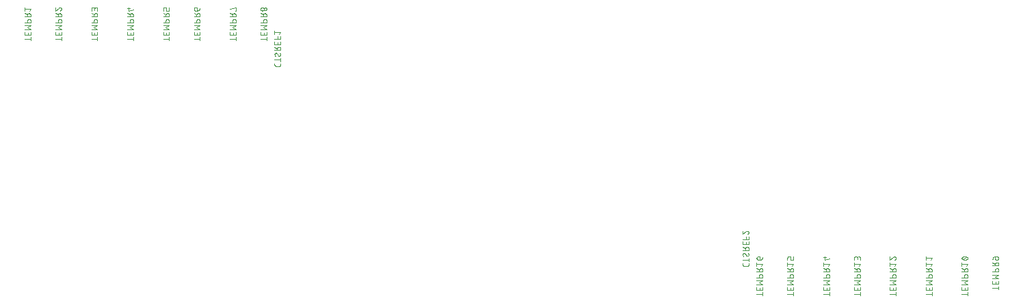
<source format=gbr>
G04 EAGLE Gerber RS-274X export*
G75*
%MOMM*%
%FSLAX34Y34*%
%LPD*%
%INSilkscreen Bottom*%
%IPPOS*%
%AMOC8*
5,1,8,0,0,1.08239X$1,22.5*%
G01*
%ADD10C,0.076200*%


D10*
X887603Y359325D02*
X887603Y357689D01*
X887605Y357611D01*
X887610Y357533D01*
X887620Y357456D01*
X887633Y357379D01*
X887649Y357303D01*
X887669Y357228D01*
X887693Y357154D01*
X887720Y357081D01*
X887751Y357009D01*
X887785Y356939D01*
X887822Y356871D01*
X887863Y356804D01*
X887907Y356739D01*
X887953Y356677D01*
X888003Y356617D01*
X888055Y356559D01*
X888110Y356504D01*
X888168Y356452D01*
X888228Y356402D01*
X888290Y356356D01*
X888355Y356312D01*
X888422Y356271D01*
X888490Y356234D01*
X888560Y356200D01*
X888632Y356169D01*
X888705Y356142D01*
X888779Y356118D01*
X888854Y356098D01*
X888930Y356082D01*
X889007Y356069D01*
X889084Y356059D01*
X889162Y356054D01*
X889240Y356052D01*
X893332Y356052D01*
X893410Y356054D01*
X893488Y356059D01*
X893565Y356069D01*
X893642Y356082D01*
X893718Y356098D01*
X893793Y356118D01*
X893867Y356142D01*
X893940Y356169D01*
X894012Y356200D01*
X894082Y356234D01*
X894151Y356271D01*
X894217Y356312D01*
X894282Y356356D01*
X894344Y356402D01*
X894404Y356452D01*
X894462Y356504D01*
X894517Y356559D01*
X894569Y356617D01*
X894619Y356677D01*
X894665Y356739D01*
X894709Y356804D01*
X894750Y356871D01*
X894787Y356939D01*
X894821Y357009D01*
X894852Y357081D01*
X894879Y357154D01*
X894903Y357228D01*
X894923Y357303D01*
X894939Y357379D01*
X894952Y357456D01*
X894962Y357533D01*
X894967Y357611D01*
X894969Y357689D01*
X894969Y359325D01*
X894969Y363729D02*
X887603Y363729D01*
X894969Y361683D02*
X894969Y365775D01*
X889240Y372359D02*
X889162Y372357D01*
X889084Y372352D01*
X889007Y372342D01*
X888930Y372329D01*
X888854Y372313D01*
X888779Y372293D01*
X888705Y372269D01*
X888632Y372242D01*
X888560Y372211D01*
X888490Y372177D01*
X888422Y372140D01*
X888355Y372099D01*
X888290Y372055D01*
X888228Y372009D01*
X888168Y371959D01*
X888110Y371907D01*
X888055Y371852D01*
X888003Y371794D01*
X887953Y371734D01*
X887907Y371672D01*
X887863Y371607D01*
X887822Y371541D01*
X887785Y371472D01*
X887751Y371402D01*
X887720Y371330D01*
X887693Y371257D01*
X887669Y371183D01*
X887649Y371108D01*
X887633Y371032D01*
X887620Y370955D01*
X887610Y370878D01*
X887605Y370800D01*
X887603Y370722D01*
X887605Y370608D01*
X887610Y370495D01*
X887620Y370381D01*
X887633Y370268D01*
X887650Y370156D01*
X887670Y370044D01*
X887694Y369933D01*
X887722Y369822D01*
X887753Y369713D01*
X887788Y369605D01*
X887827Y369498D01*
X887869Y369392D01*
X887914Y369288D01*
X887963Y369185D01*
X888016Y369084D01*
X888071Y368985D01*
X888130Y368887D01*
X888192Y368792D01*
X888257Y368699D01*
X888325Y368607D01*
X888396Y368519D01*
X888470Y368432D01*
X888547Y368348D01*
X888626Y368267D01*
X893332Y368471D02*
X893410Y368473D01*
X893488Y368478D01*
X893565Y368488D01*
X893642Y368501D01*
X893718Y368517D01*
X893793Y368537D01*
X893867Y368561D01*
X893940Y368588D01*
X894012Y368619D01*
X894082Y368653D01*
X894151Y368690D01*
X894217Y368731D01*
X894282Y368775D01*
X894344Y368821D01*
X894404Y368871D01*
X894462Y368923D01*
X894517Y368978D01*
X894569Y369036D01*
X894619Y369096D01*
X894665Y369158D01*
X894709Y369223D01*
X894750Y369290D01*
X894787Y369358D01*
X894821Y369428D01*
X894852Y369500D01*
X894879Y369573D01*
X894903Y369647D01*
X894923Y369722D01*
X894939Y369798D01*
X894952Y369875D01*
X894962Y369952D01*
X894967Y370030D01*
X894969Y370108D01*
X894967Y370218D01*
X894961Y370327D01*
X894951Y370437D01*
X894938Y370545D01*
X894920Y370654D01*
X894899Y370761D01*
X894873Y370868D01*
X894844Y370974D01*
X894812Y371079D01*
X894775Y371182D01*
X894735Y371284D01*
X894691Y371385D01*
X894643Y371484D01*
X894593Y371581D01*
X894538Y371676D01*
X894480Y371769D01*
X894419Y371860D01*
X894355Y371949D01*
X891899Y369290D02*
X891941Y369223D01*
X891985Y369158D01*
X892033Y369096D01*
X892083Y369036D01*
X892136Y368978D01*
X892192Y368923D01*
X892251Y368871D01*
X892311Y368821D01*
X892375Y368774D01*
X892440Y368731D01*
X892507Y368690D01*
X892576Y368653D01*
X892647Y368619D01*
X892719Y368588D01*
X892793Y368561D01*
X892867Y368537D01*
X892943Y368517D01*
X893020Y368501D01*
X893097Y368488D01*
X893175Y368478D01*
X893254Y368473D01*
X893332Y368471D01*
X890672Y371541D02*
X890630Y371607D01*
X890586Y371672D01*
X890539Y371734D01*
X890488Y371794D01*
X890435Y371852D01*
X890379Y371907D01*
X890321Y371960D01*
X890260Y372009D01*
X890197Y372056D01*
X890132Y372099D01*
X890065Y372140D01*
X889996Y372177D01*
X889925Y372211D01*
X889853Y372242D01*
X889779Y372269D01*
X889704Y372293D01*
X889629Y372313D01*
X889552Y372329D01*
X889475Y372342D01*
X889397Y372352D01*
X889318Y372357D01*
X889240Y372359D01*
X890672Y371541D02*
X891900Y369290D01*
X894969Y375633D02*
X887603Y375633D01*
X894969Y375633D02*
X894969Y377679D01*
X894967Y377768D01*
X894961Y377857D01*
X894951Y377946D01*
X894938Y378034D01*
X894921Y378122D01*
X894899Y378209D01*
X894874Y378294D01*
X894846Y378379D01*
X894813Y378462D01*
X894777Y378544D01*
X894738Y378624D01*
X894695Y378702D01*
X894649Y378778D01*
X894599Y378853D01*
X894546Y378925D01*
X894490Y378994D01*
X894431Y379061D01*
X894370Y379126D01*
X894305Y379187D01*
X894238Y379246D01*
X894169Y379302D01*
X894097Y379355D01*
X894022Y379405D01*
X893946Y379451D01*
X893868Y379494D01*
X893788Y379533D01*
X893706Y379569D01*
X893623Y379602D01*
X893538Y379630D01*
X893453Y379655D01*
X893366Y379677D01*
X893278Y379694D01*
X893190Y379707D01*
X893101Y379717D01*
X893012Y379723D01*
X892923Y379725D01*
X892834Y379723D01*
X892745Y379717D01*
X892656Y379707D01*
X892568Y379694D01*
X892480Y379677D01*
X892393Y379655D01*
X892308Y379630D01*
X892223Y379602D01*
X892140Y379569D01*
X892058Y379533D01*
X891978Y379494D01*
X891900Y379451D01*
X891824Y379405D01*
X891749Y379355D01*
X891677Y379302D01*
X891608Y379246D01*
X891541Y379187D01*
X891476Y379126D01*
X891415Y379061D01*
X891356Y378994D01*
X891300Y378925D01*
X891247Y378853D01*
X891197Y378778D01*
X891151Y378702D01*
X891108Y378624D01*
X891069Y378544D01*
X891033Y378462D01*
X891000Y378379D01*
X890972Y378294D01*
X890947Y378209D01*
X890925Y378122D01*
X890908Y378034D01*
X890895Y377946D01*
X890885Y377857D01*
X890879Y377768D01*
X890877Y377679D01*
X890877Y375633D01*
X890877Y378088D02*
X887603Y379725D01*
X887603Y383157D02*
X887603Y386430D01*
X887603Y383157D02*
X894969Y383157D01*
X894969Y386430D01*
X891695Y385612D02*
X891695Y383157D01*
X894969Y389497D02*
X887603Y389497D01*
X894969Y389497D02*
X894969Y392770D01*
X891695Y392770D02*
X891695Y389497D01*
X893332Y395577D02*
X894969Y397623D01*
X887603Y397623D01*
X887603Y395577D02*
X887603Y399669D01*
X877697Y389777D02*
X870331Y389777D01*
X877697Y387731D02*
X877697Y391823D01*
X870331Y394818D02*
X870331Y398092D01*
X870331Y394818D02*
X877697Y394818D01*
X877697Y398092D01*
X874423Y397273D02*
X874423Y394818D01*
X877697Y401221D02*
X870331Y401221D01*
X873605Y403676D02*
X877697Y401221D01*
X873605Y403676D02*
X877697Y406131D01*
X870331Y406131D01*
X870331Y410038D02*
X877697Y410038D01*
X877697Y412084D01*
X877695Y412173D01*
X877689Y412262D01*
X877679Y412351D01*
X877666Y412439D01*
X877649Y412527D01*
X877627Y412614D01*
X877602Y412699D01*
X877574Y412784D01*
X877541Y412867D01*
X877505Y412949D01*
X877466Y413029D01*
X877423Y413107D01*
X877377Y413183D01*
X877327Y413258D01*
X877274Y413330D01*
X877218Y413399D01*
X877159Y413466D01*
X877098Y413531D01*
X877033Y413592D01*
X876966Y413651D01*
X876897Y413707D01*
X876825Y413760D01*
X876750Y413810D01*
X876674Y413856D01*
X876596Y413899D01*
X876516Y413938D01*
X876434Y413974D01*
X876351Y414007D01*
X876266Y414035D01*
X876181Y414060D01*
X876094Y414082D01*
X876006Y414099D01*
X875918Y414112D01*
X875829Y414122D01*
X875740Y414128D01*
X875651Y414130D01*
X875562Y414128D01*
X875473Y414122D01*
X875384Y414112D01*
X875296Y414099D01*
X875208Y414082D01*
X875121Y414060D01*
X875036Y414035D01*
X874951Y414007D01*
X874868Y413974D01*
X874786Y413938D01*
X874706Y413899D01*
X874628Y413856D01*
X874552Y413810D01*
X874477Y413760D01*
X874405Y413707D01*
X874336Y413651D01*
X874269Y413592D01*
X874204Y413531D01*
X874143Y413466D01*
X874084Y413399D01*
X874028Y413330D01*
X873975Y413258D01*
X873925Y413183D01*
X873879Y413107D01*
X873836Y413029D01*
X873797Y412949D01*
X873761Y412867D01*
X873728Y412784D01*
X873700Y412699D01*
X873675Y412614D01*
X873653Y412527D01*
X873636Y412439D01*
X873623Y412351D01*
X873613Y412262D01*
X873607Y412173D01*
X873605Y412084D01*
X873605Y410038D01*
X870331Y417287D02*
X877697Y417287D01*
X877697Y419333D01*
X877695Y419422D01*
X877689Y419511D01*
X877679Y419600D01*
X877666Y419688D01*
X877649Y419776D01*
X877627Y419863D01*
X877602Y419948D01*
X877574Y420033D01*
X877541Y420116D01*
X877505Y420198D01*
X877466Y420278D01*
X877423Y420356D01*
X877377Y420432D01*
X877327Y420507D01*
X877274Y420579D01*
X877218Y420648D01*
X877159Y420715D01*
X877098Y420780D01*
X877033Y420841D01*
X876966Y420900D01*
X876897Y420956D01*
X876825Y421009D01*
X876750Y421059D01*
X876674Y421105D01*
X876596Y421148D01*
X876516Y421187D01*
X876434Y421223D01*
X876351Y421256D01*
X876266Y421284D01*
X876181Y421309D01*
X876094Y421331D01*
X876006Y421348D01*
X875918Y421361D01*
X875829Y421371D01*
X875740Y421377D01*
X875651Y421379D01*
X875562Y421377D01*
X875473Y421371D01*
X875384Y421361D01*
X875296Y421348D01*
X875208Y421331D01*
X875121Y421309D01*
X875036Y421284D01*
X874951Y421256D01*
X874868Y421223D01*
X874786Y421187D01*
X874706Y421148D01*
X874628Y421105D01*
X874552Y421059D01*
X874477Y421009D01*
X874405Y420956D01*
X874336Y420900D01*
X874269Y420841D01*
X874204Y420780D01*
X874143Y420715D01*
X874084Y420648D01*
X874028Y420579D01*
X873975Y420507D01*
X873925Y420432D01*
X873879Y420356D01*
X873836Y420278D01*
X873797Y420198D01*
X873761Y420116D01*
X873728Y420033D01*
X873700Y419948D01*
X873675Y419863D01*
X873653Y419776D01*
X873636Y419688D01*
X873623Y419600D01*
X873613Y419511D01*
X873607Y419422D01*
X873605Y419333D01*
X873605Y417287D01*
X873605Y419742D02*
X870331Y421379D01*
X872377Y424551D02*
X872466Y424553D01*
X872555Y424559D01*
X872644Y424569D01*
X872732Y424582D01*
X872820Y424599D01*
X872907Y424621D01*
X872992Y424646D01*
X873077Y424674D01*
X873160Y424707D01*
X873242Y424743D01*
X873322Y424782D01*
X873400Y424825D01*
X873476Y424871D01*
X873551Y424921D01*
X873623Y424974D01*
X873692Y425030D01*
X873759Y425089D01*
X873824Y425150D01*
X873885Y425215D01*
X873944Y425282D01*
X874000Y425351D01*
X874053Y425423D01*
X874103Y425498D01*
X874149Y425574D01*
X874192Y425652D01*
X874231Y425732D01*
X874267Y425814D01*
X874300Y425897D01*
X874328Y425982D01*
X874353Y426067D01*
X874375Y426154D01*
X874392Y426242D01*
X874405Y426330D01*
X874415Y426419D01*
X874421Y426508D01*
X874423Y426597D01*
X874421Y426686D01*
X874415Y426775D01*
X874405Y426864D01*
X874392Y426952D01*
X874375Y427040D01*
X874353Y427127D01*
X874328Y427212D01*
X874300Y427297D01*
X874267Y427380D01*
X874231Y427462D01*
X874192Y427542D01*
X874149Y427620D01*
X874103Y427696D01*
X874053Y427771D01*
X874000Y427843D01*
X873944Y427912D01*
X873885Y427979D01*
X873824Y428044D01*
X873759Y428105D01*
X873692Y428164D01*
X873623Y428220D01*
X873551Y428273D01*
X873476Y428323D01*
X873400Y428369D01*
X873322Y428412D01*
X873242Y428451D01*
X873160Y428487D01*
X873077Y428520D01*
X872992Y428548D01*
X872907Y428573D01*
X872820Y428595D01*
X872732Y428612D01*
X872644Y428625D01*
X872555Y428635D01*
X872466Y428641D01*
X872377Y428643D01*
X872288Y428641D01*
X872199Y428635D01*
X872110Y428625D01*
X872022Y428612D01*
X871934Y428595D01*
X871847Y428573D01*
X871762Y428548D01*
X871677Y428520D01*
X871594Y428487D01*
X871512Y428451D01*
X871432Y428412D01*
X871354Y428369D01*
X871278Y428323D01*
X871203Y428273D01*
X871131Y428220D01*
X871062Y428164D01*
X870995Y428105D01*
X870930Y428044D01*
X870869Y427979D01*
X870810Y427912D01*
X870754Y427843D01*
X870701Y427771D01*
X870651Y427696D01*
X870605Y427620D01*
X870562Y427542D01*
X870523Y427462D01*
X870487Y427380D01*
X870454Y427297D01*
X870426Y427212D01*
X870401Y427127D01*
X870379Y427040D01*
X870362Y426952D01*
X870349Y426864D01*
X870339Y426775D01*
X870333Y426686D01*
X870331Y426597D01*
X870333Y426508D01*
X870339Y426419D01*
X870349Y426330D01*
X870362Y426242D01*
X870379Y426154D01*
X870401Y426067D01*
X870426Y425982D01*
X870454Y425897D01*
X870487Y425814D01*
X870523Y425732D01*
X870562Y425652D01*
X870605Y425574D01*
X870651Y425498D01*
X870701Y425423D01*
X870754Y425351D01*
X870810Y425282D01*
X870869Y425215D01*
X870930Y425150D01*
X870995Y425089D01*
X871062Y425030D01*
X871131Y424974D01*
X871203Y424921D01*
X871278Y424871D01*
X871354Y424825D01*
X871432Y424782D01*
X871512Y424743D01*
X871594Y424707D01*
X871677Y424674D01*
X871762Y424646D01*
X871847Y424621D01*
X871934Y424599D01*
X872022Y424582D01*
X872110Y424569D01*
X872199Y424559D01*
X872288Y424553D01*
X872377Y424551D01*
X876060Y424960D02*
X876139Y424962D01*
X876218Y424968D01*
X876297Y424977D01*
X876375Y424990D01*
X876452Y425008D01*
X876528Y425028D01*
X876603Y425053D01*
X876677Y425081D01*
X876750Y425112D01*
X876821Y425148D01*
X876890Y425186D01*
X876957Y425228D01*
X877022Y425273D01*
X877085Y425321D01*
X877146Y425372D01*
X877203Y425426D01*
X877259Y425482D01*
X877311Y425541D01*
X877361Y425603D01*
X877407Y425667D01*
X877451Y425733D01*
X877491Y425801D01*
X877527Y425871D01*
X877561Y425943D01*
X877591Y426017D01*
X877617Y426091D01*
X877640Y426167D01*
X877658Y426244D01*
X877674Y426321D01*
X877685Y426400D01*
X877693Y426478D01*
X877697Y426557D01*
X877697Y426637D01*
X877693Y426716D01*
X877685Y426794D01*
X877674Y426873D01*
X877658Y426950D01*
X877640Y427027D01*
X877617Y427103D01*
X877591Y427177D01*
X877561Y427251D01*
X877527Y427323D01*
X877491Y427393D01*
X877451Y427461D01*
X877407Y427527D01*
X877361Y427591D01*
X877311Y427653D01*
X877259Y427712D01*
X877203Y427768D01*
X877146Y427822D01*
X877085Y427873D01*
X877022Y427921D01*
X876957Y427966D01*
X876890Y428008D01*
X876821Y428046D01*
X876750Y428082D01*
X876677Y428113D01*
X876603Y428141D01*
X876528Y428166D01*
X876452Y428186D01*
X876375Y428204D01*
X876297Y428217D01*
X876218Y428226D01*
X876139Y428232D01*
X876060Y428234D01*
X875981Y428232D01*
X875902Y428226D01*
X875823Y428217D01*
X875745Y428204D01*
X875668Y428186D01*
X875592Y428166D01*
X875517Y428141D01*
X875443Y428113D01*
X875370Y428082D01*
X875299Y428046D01*
X875230Y428008D01*
X875163Y427966D01*
X875098Y427921D01*
X875035Y427873D01*
X874974Y427822D01*
X874917Y427768D01*
X874861Y427712D01*
X874809Y427653D01*
X874759Y427591D01*
X874713Y427527D01*
X874669Y427461D01*
X874629Y427393D01*
X874593Y427323D01*
X874559Y427251D01*
X874529Y427177D01*
X874503Y427103D01*
X874480Y427027D01*
X874462Y426950D01*
X874446Y426873D01*
X874435Y426794D01*
X874427Y426716D01*
X874423Y426637D01*
X874423Y426557D01*
X874427Y426478D01*
X874435Y426400D01*
X874446Y426321D01*
X874462Y426244D01*
X874480Y426167D01*
X874503Y426091D01*
X874529Y426017D01*
X874559Y425943D01*
X874593Y425871D01*
X874629Y425801D01*
X874669Y425733D01*
X874713Y425667D01*
X874759Y425603D01*
X874809Y425541D01*
X874861Y425482D01*
X874917Y425426D01*
X874974Y425372D01*
X875035Y425321D01*
X875098Y425273D01*
X875163Y425228D01*
X875230Y425186D01*
X875299Y425148D01*
X875370Y425112D01*
X875443Y425081D01*
X875517Y425053D01*
X875592Y425028D01*
X875668Y425008D01*
X875745Y424990D01*
X875823Y424977D01*
X875902Y424968D01*
X875981Y424962D01*
X876060Y424960D01*
X839597Y389777D02*
X832231Y389777D01*
X839597Y387731D02*
X839597Y391823D01*
X832231Y394818D02*
X832231Y398092D01*
X832231Y394818D02*
X839597Y394818D01*
X839597Y398092D01*
X836323Y397273D02*
X836323Y394818D01*
X839597Y401221D02*
X832231Y401221D01*
X835505Y403676D02*
X839597Y401221D01*
X835505Y403676D02*
X839597Y406131D01*
X832231Y406131D01*
X832231Y410038D02*
X839597Y410038D01*
X839597Y412084D01*
X839595Y412173D01*
X839589Y412262D01*
X839579Y412351D01*
X839566Y412439D01*
X839549Y412527D01*
X839527Y412614D01*
X839502Y412699D01*
X839474Y412784D01*
X839441Y412867D01*
X839405Y412949D01*
X839366Y413029D01*
X839323Y413107D01*
X839277Y413183D01*
X839227Y413258D01*
X839174Y413330D01*
X839118Y413399D01*
X839059Y413466D01*
X838998Y413531D01*
X838933Y413592D01*
X838866Y413651D01*
X838797Y413707D01*
X838725Y413760D01*
X838650Y413810D01*
X838574Y413856D01*
X838496Y413899D01*
X838416Y413938D01*
X838334Y413974D01*
X838251Y414007D01*
X838166Y414035D01*
X838081Y414060D01*
X837994Y414082D01*
X837906Y414099D01*
X837818Y414112D01*
X837729Y414122D01*
X837640Y414128D01*
X837551Y414130D01*
X837462Y414128D01*
X837373Y414122D01*
X837284Y414112D01*
X837196Y414099D01*
X837108Y414082D01*
X837021Y414060D01*
X836936Y414035D01*
X836851Y414007D01*
X836768Y413974D01*
X836686Y413938D01*
X836606Y413899D01*
X836528Y413856D01*
X836452Y413810D01*
X836377Y413760D01*
X836305Y413707D01*
X836236Y413651D01*
X836169Y413592D01*
X836104Y413531D01*
X836043Y413466D01*
X835984Y413399D01*
X835928Y413330D01*
X835875Y413258D01*
X835825Y413183D01*
X835779Y413107D01*
X835736Y413029D01*
X835697Y412949D01*
X835661Y412867D01*
X835628Y412784D01*
X835600Y412699D01*
X835575Y412614D01*
X835553Y412527D01*
X835536Y412439D01*
X835523Y412351D01*
X835513Y412262D01*
X835507Y412173D01*
X835505Y412084D01*
X835505Y410038D01*
X832231Y417287D02*
X839597Y417287D01*
X839597Y419333D01*
X839595Y419422D01*
X839589Y419511D01*
X839579Y419600D01*
X839566Y419688D01*
X839549Y419776D01*
X839527Y419863D01*
X839502Y419948D01*
X839474Y420033D01*
X839441Y420116D01*
X839405Y420198D01*
X839366Y420278D01*
X839323Y420356D01*
X839277Y420432D01*
X839227Y420507D01*
X839174Y420579D01*
X839118Y420648D01*
X839059Y420715D01*
X838998Y420780D01*
X838933Y420841D01*
X838866Y420900D01*
X838797Y420956D01*
X838725Y421009D01*
X838650Y421059D01*
X838574Y421105D01*
X838496Y421148D01*
X838416Y421187D01*
X838334Y421223D01*
X838251Y421256D01*
X838166Y421284D01*
X838081Y421309D01*
X837994Y421331D01*
X837906Y421348D01*
X837818Y421361D01*
X837729Y421371D01*
X837640Y421377D01*
X837551Y421379D01*
X837462Y421377D01*
X837373Y421371D01*
X837284Y421361D01*
X837196Y421348D01*
X837108Y421331D01*
X837021Y421309D01*
X836936Y421284D01*
X836851Y421256D01*
X836768Y421223D01*
X836686Y421187D01*
X836606Y421148D01*
X836528Y421105D01*
X836452Y421059D01*
X836377Y421009D01*
X836305Y420956D01*
X836236Y420900D01*
X836169Y420841D01*
X836104Y420780D01*
X836043Y420715D01*
X835984Y420648D01*
X835928Y420579D01*
X835875Y420507D01*
X835825Y420432D01*
X835779Y420356D01*
X835736Y420278D01*
X835697Y420198D01*
X835661Y420116D01*
X835628Y420033D01*
X835600Y419948D01*
X835575Y419863D01*
X835553Y419776D01*
X835536Y419688D01*
X835523Y419600D01*
X835513Y419511D01*
X835507Y419422D01*
X835505Y419333D01*
X835505Y417287D01*
X835505Y419742D02*
X832231Y421379D01*
X838779Y424551D02*
X839597Y424551D01*
X839597Y428643D01*
X832231Y426597D01*
X795147Y389777D02*
X787781Y389777D01*
X795147Y387731D02*
X795147Y391823D01*
X787781Y394818D02*
X787781Y398092D01*
X787781Y394818D02*
X795147Y394818D01*
X795147Y398092D01*
X791873Y397273D02*
X791873Y394818D01*
X795147Y401221D02*
X787781Y401221D01*
X791055Y403676D02*
X795147Y401221D01*
X791055Y403676D02*
X795147Y406131D01*
X787781Y406131D01*
X787781Y410038D02*
X795147Y410038D01*
X795147Y412084D01*
X795145Y412173D01*
X795139Y412262D01*
X795129Y412351D01*
X795116Y412439D01*
X795099Y412527D01*
X795077Y412614D01*
X795052Y412699D01*
X795024Y412784D01*
X794991Y412867D01*
X794955Y412949D01*
X794916Y413029D01*
X794873Y413107D01*
X794827Y413183D01*
X794777Y413258D01*
X794724Y413330D01*
X794668Y413399D01*
X794609Y413466D01*
X794548Y413531D01*
X794483Y413592D01*
X794416Y413651D01*
X794347Y413707D01*
X794275Y413760D01*
X794200Y413810D01*
X794124Y413856D01*
X794046Y413899D01*
X793966Y413938D01*
X793884Y413974D01*
X793801Y414007D01*
X793716Y414035D01*
X793631Y414060D01*
X793544Y414082D01*
X793456Y414099D01*
X793368Y414112D01*
X793279Y414122D01*
X793190Y414128D01*
X793101Y414130D01*
X793012Y414128D01*
X792923Y414122D01*
X792834Y414112D01*
X792746Y414099D01*
X792658Y414082D01*
X792571Y414060D01*
X792486Y414035D01*
X792401Y414007D01*
X792318Y413974D01*
X792236Y413938D01*
X792156Y413899D01*
X792078Y413856D01*
X792002Y413810D01*
X791927Y413760D01*
X791855Y413707D01*
X791786Y413651D01*
X791719Y413592D01*
X791654Y413531D01*
X791593Y413466D01*
X791534Y413399D01*
X791478Y413330D01*
X791425Y413258D01*
X791375Y413183D01*
X791329Y413107D01*
X791286Y413029D01*
X791247Y412949D01*
X791211Y412867D01*
X791178Y412784D01*
X791150Y412699D01*
X791125Y412614D01*
X791103Y412527D01*
X791086Y412439D01*
X791073Y412351D01*
X791063Y412262D01*
X791057Y412173D01*
X791055Y412084D01*
X791055Y410038D01*
X787781Y417287D02*
X795147Y417287D01*
X795147Y419333D01*
X795145Y419422D01*
X795139Y419511D01*
X795129Y419600D01*
X795116Y419688D01*
X795099Y419776D01*
X795077Y419863D01*
X795052Y419948D01*
X795024Y420033D01*
X794991Y420116D01*
X794955Y420198D01*
X794916Y420278D01*
X794873Y420356D01*
X794827Y420432D01*
X794777Y420507D01*
X794724Y420579D01*
X794668Y420648D01*
X794609Y420715D01*
X794548Y420780D01*
X794483Y420841D01*
X794416Y420900D01*
X794347Y420956D01*
X794275Y421009D01*
X794200Y421059D01*
X794124Y421105D01*
X794046Y421148D01*
X793966Y421187D01*
X793884Y421223D01*
X793801Y421256D01*
X793716Y421284D01*
X793631Y421309D01*
X793544Y421331D01*
X793456Y421348D01*
X793368Y421361D01*
X793279Y421371D01*
X793190Y421377D01*
X793101Y421379D01*
X793012Y421377D01*
X792923Y421371D01*
X792834Y421361D01*
X792746Y421348D01*
X792658Y421331D01*
X792571Y421309D01*
X792486Y421284D01*
X792401Y421256D01*
X792318Y421223D01*
X792236Y421187D01*
X792156Y421148D01*
X792078Y421105D01*
X792002Y421059D01*
X791927Y421009D01*
X791855Y420956D01*
X791786Y420900D01*
X791719Y420841D01*
X791654Y420780D01*
X791593Y420715D01*
X791534Y420648D01*
X791478Y420579D01*
X791425Y420507D01*
X791375Y420432D01*
X791329Y420356D01*
X791286Y420278D01*
X791247Y420198D01*
X791211Y420116D01*
X791178Y420033D01*
X791150Y419948D01*
X791125Y419863D01*
X791103Y419776D01*
X791086Y419688D01*
X791073Y419600D01*
X791063Y419511D01*
X791057Y419422D01*
X791055Y419333D01*
X791055Y417287D01*
X791055Y419742D02*
X787781Y421379D01*
X791873Y424551D02*
X791873Y427006D01*
X791871Y427084D01*
X791866Y427162D01*
X791856Y427239D01*
X791843Y427316D01*
X791827Y427392D01*
X791807Y427467D01*
X791783Y427541D01*
X791756Y427614D01*
X791725Y427686D01*
X791691Y427756D01*
X791654Y427825D01*
X791613Y427891D01*
X791569Y427956D01*
X791523Y428018D01*
X791473Y428078D01*
X791421Y428136D01*
X791366Y428191D01*
X791308Y428243D01*
X791248Y428293D01*
X791186Y428339D01*
X791121Y428383D01*
X791055Y428424D01*
X790986Y428461D01*
X790916Y428495D01*
X790844Y428526D01*
X790771Y428553D01*
X790697Y428577D01*
X790622Y428597D01*
X790546Y428613D01*
X790469Y428626D01*
X790392Y428636D01*
X790314Y428641D01*
X790236Y428643D01*
X789827Y428643D01*
X789738Y428641D01*
X789649Y428635D01*
X789560Y428625D01*
X789472Y428612D01*
X789384Y428595D01*
X789297Y428573D01*
X789212Y428548D01*
X789127Y428520D01*
X789044Y428487D01*
X788962Y428451D01*
X788882Y428412D01*
X788804Y428369D01*
X788728Y428323D01*
X788653Y428273D01*
X788581Y428220D01*
X788512Y428164D01*
X788445Y428105D01*
X788380Y428044D01*
X788319Y427979D01*
X788260Y427912D01*
X788204Y427843D01*
X788151Y427771D01*
X788101Y427696D01*
X788055Y427620D01*
X788012Y427542D01*
X787973Y427462D01*
X787937Y427380D01*
X787904Y427297D01*
X787876Y427212D01*
X787851Y427127D01*
X787829Y427040D01*
X787812Y426952D01*
X787799Y426864D01*
X787789Y426775D01*
X787783Y426686D01*
X787781Y426597D01*
X787783Y426508D01*
X787789Y426419D01*
X787799Y426330D01*
X787812Y426242D01*
X787829Y426154D01*
X787851Y426067D01*
X787876Y425982D01*
X787904Y425897D01*
X787937Y425814D01*
X787973Y425732D01*
X788012Y425652D01*
X788055Y425574D01*
X788101Y425498D01*
X788151Y425423D01*
X788204Y425351D01*
X788260Y425282D01*
X788319Y425215D01*
X788380Y425150D01*
X788445Y425089D01*
X788512Y425030D01*
X788581Y424974D01*
X788653Y424921D01*
X788728Y424871D01*
X788804Y424825D01*
X788882Y424782D01*
X788962Y424743D01*
X789044Y424707D01*
X789127Y424674D01*
X789212Y424646D01*
X789297Y424621D01*
X789384Y424599D01*
X789472Y424582D01*
X789560Y424569D01*
X789649Y424559D01*
X789738Y424553D01*
X789827Y424551D01*
X791873Y424551D01*
X791987Y424553D01*
X792101Y424559D01*
X792215Y424569D01*
X792329Y424583D01*
X792442Y424601D01*
X792554Y424623D01*
X792665Y424648D01*
X792775Y424678D01*
X792885Y424711D01*
X792993Y424748D01*
X793099Y424789D01*
X793205Y424834D01*
X793308Y424882D01*
X793410Y424934D01*
X793510Y424990D01*
X793608Y425048D01*
X793704Y425111D01*
X793797Y425176D01*
X793889Y425245D01*
X793977Y425317D01*
X794064Y425392D01*
X794147Y425470D01*
X794228Y425551D01*
X794306Y425634D01*
X794381Y425721D01*
X794453Y425809D01*
X794522Y425901D01*
X794587Y425994D01*
X794649Y426090D01*
X794708Y426188D01*
X794764Y426288D01*
X794816Y426390D01*
X794864Y426493D01*
X794909Y426599D01*
X794950Y426705D01*
X794987Y426813D01*
X795020Y426923D01*
X795050Y427033D01*
X795075Y427144D01*
X795097Y427256D01*
X795115Y427369D01*
X795129Y427483D01*
X795139Y427597D01*
X795145Y427711D01*
X795147Y427825D01*
X757047Y389777D02*
X749681Y389777D01*
X757047Y387731D02*
X757047Y391823D01*
X749681Y394818D02*
X749681Y398092D01*
X749681Y394818D02*
X757047Y394818D01*
X757047Y398092D01*
X753773Y397273D02*
X753773Y394818D01*
X757047Y401221D02*
X749681Y401221D01*
X752955Y403676D02*
X757047Y401221D01*
X752955Y403676D02*
X757047Y406131D01*
X749681Y406131D01*
X749681Y410038D02*
X757047Y410038D01*
X757047Y412084D01*
X757045Y412173D01*
X757039Y412262D01*
X757029Y412351D01*
X757016Y412439D01*
X756999Y412527D01*
X756977Y412614D01*
X756952Y412699D01*
X756924Y412784D01*
X756891Y412867D01*
X756855Y412949D01*
X756816Y413029D01*
X756773Y413107D01*
X756727Y413183D01*
X756677Y413258D01*
X756624Y413330D01*
X756568Y413399D01*
X756509Y413466D01*
X756448Y413531D01*
X756383Y413592D01*
X756316Y413651D01*
X756247Y413707D01*
X756175Y413760D01*
X756100Y413810D01*
X756024Y413856D01*
X755946Y413899D01*
X755866Y413938D01*
X755784Y413974D01*
X755701Y414007D01*
X755616Y414035D01*
X755531Y414060D01*
X755444Y414082D01*
X755356Y414099D01*
X755268Y414112D01*
X755179Y414122D01*
X755090Y414128D01*
X755001Y414130D01*
X754912Y414128D01*
X754823Y414122D01*
X754734Y414112D01*
X754646Y414099D01*
X754558Y414082D01*
X754471Y414060D01*
X754386Y414035D01*
X754301Y414007D01*
X754218Y413974D01*
X754136Y413938D01*
X754056Y413899D01*
X753978Y413856D01*
X753902Y413810D01*
X753827Y413760D01*
X753755Y413707D01*
X753686Y413651D01*
X753619Y413592D01*
X753554Y413531D01*
X753493Y413466D01*
X753434Y413399D01*
X753378Y413330D01*
X753325Y413258D01*
X753275Y413183D01*
X753229Y413107D01*
X753186Y413029D01*
X753147Y412949D01*
X753111Y412867D01*
X753078Y412784D01*
X753050Y412699D01*
X753025Y412614D01*
X753003Y412527D01*
X752986Y412439D01*
X752973Y412351D01*
X752963Y412262D01*
X752957Y412173D01*
X752955Y412084D01*
X752955Y410038D01*
X749681Y417287D02*
X757047Y417287D01*
X757047Y419333D01*
X757045Y419422D01*
X757039Y419511D01*
X757029Y419600D01*
X757016Y419688D01*
X756999Y419776D01*
X756977Y419863D01*
X756952Y419948D01*
X756924Y420033D01*
X756891Y420116D01*
X756855Y420198D01*
X756816Y420278D01*
X756773Y420356D01*
X756727Y420432D01*
X756677Y420507D01*
X756624Y420579D01*
X756568Y420648D01*
X756509Y420715D01*
X756448Y420780D01*
X756383Y420841D01*
X756316Y420900D01*
X756247Y420956D01*
X756175Y421009D01*
X756100Y421059D01*
X756024Y421105D01*
X755946Y421148D01*
X755866Y421187D01*
X755784Y421223D01*
X755701Y421256D01*
X755616Y421284D01*
X755531Y421309D01*
X755444Y421331D01*
X755356Y421348D01*
X755268Y421361D01*
X755179Y421371D01*
X755090Y421377D01*
X755001Y421379D01*
X754912Y421377D01*
X754823Y421371D01*
X754734Y421361D01*
X754646Y421348D01*
X754558Y421331D01*
X754471Y421309D01*
X754386Y421284D01*
X754301Y421256D01*
X754218Y421223D01*
X754136Y421187D01*
X754056Y421148D01*
X753978Y421105D01*
X753902Y421059D01*
X753827Y421009D01*
X753755Y420956D01*
X753686Y420900D01*
X753619Y420841D01*
X753554Y420780D01*
X753493Y420715D01*
X753434Y420648D01*
X753378Y420579D01*
X753325Y420507D01*
X753275Y420432D01*
X753229Y420356D01*
X753186Y420278D01*
X753147Y420198D01*
X753111Y420116D01*
X753078Y420033D01*
X753050Y419948D01*
X753025Y419863D01*
X753003Y419776D01*
X752986Y419688D01*
X752973Y419600D01*
X752963Y419511D01*
X752957Y419422D01*
X752955Y419333D01*
X752955Y417287D01*
X752955Y419742D02*
X749681Y421379D01*
X749681Y424551D02*
X749681Y427006D01*
X749683Y427086D01*
X749689Y427166D01*
X749699Y427246D01*
X749712Y427325D01*
X749730Y427404D01*
X749751Y427481D01*
X749777Y427557D01*
X749806Y427632D01*
X749838Y427706D01*
X749874Y427778D01*
X749914Y427848D01*
X749957Y427915D01*
X750003Y427981D01*
X750053Y428044D01*
X750105Y428105D01*
X750160Y428164D01*
X750219Y428219D01*
X750279Y428271D01*
X750343Y428321D01*
X750409Y428367D01*
X750476Y428410D01*
X750546Y428450D01*
X750618Y428486D01*
X750692Y428518D01*
X750766Y428547D01*
X750843Y428573D01*
X750920Y428594D01*
X750999Y428612D01*
X751078Y428625D01*
X751158Y428635D01*
X751238Y428641D01*
X751318Y428643D01*
X752136Y428643D01*
X752214Y428641D01*
X752292Y428636D01*
X752369Y428626D01*
X752446Y428613D01*
X752522Y428597D01*
X752597Y428577D01*
X752671Y428553D01*
X752744Y428526D01*
X752816Y428495D01*
X752886Y428461D01*
X752955Y428424D01*
X753021Y428383D01*
X753086Y428339D01*
X753148Y428293D01*
X753208Y428243D01*
X753266Y428191D01*
X753321Y428136D01*
X753373Y428078D01*
X753423Y428018D01*
X753469Y427956D01*
X753513Y427891D01*
X753554Y427825D01*
X753591Y427756D01*
X753625Y427686D01*
X753656Y427614D01*
X753683Y427541D01*
X753707Y427467D01*
X753727Y427392D01*
X753743Y427316D01*
X753756Y427239D01*
X753766Y427162D01*
X753771Y427084D01*
X753773Y427006D01*
X753773Y424551D01*
X757047Y424551D01*
X757047Y428643D01*
X712597Y389777D02*
X705231Y389777D01*
X712597Y387731D02*
X712597Y391823D01*
X705231Y394818D02*
X705231Y398092D01*
X705231Y394818D02*
X712597Y394818D01*
X712597Y398092D01*
X709323Y397273D02*
X709323Y394818D01*
X712597Y401221D02*
X705231Y401221D01*
X708505Y403676D02*
X712597Y401221D01*
X708505Y403676D02*
X712597Y406131D01*
X705231Y406131D01*
X705231Y410038D02*
X712597Y410038D01*
X712597Y412084D01*
X712595Y412173D01*
X712589Y412262D01*
X712579Y412351D01*
X712566Y412439D01*
X712549Y412527D01*
X712527Y412614D01*
X712502Y412699D01*
X712474Y412784D01*
X712441Y412867D01*
X712405Y412949D01*
X712366Y413029D01*
X712323Y413107D01*
X712277Y413183D01*
X712227Y413258D01*
X712174Y413330D01*
X712118Y413399D01*
X712059Y413466D01*
X711998Y413531D01*
X711933Y413592D01*
X711866Y413651D01*
X711797Y413707D01*
X711725Y413760D01*
X711650Y413810D01*
X711574Y413856D01*
X711496Y413899D01*
X711416Y413938D01*
X711334Y413974D01*
X711251Y414007D01*
X711166Y414035D01*
X711081Y414060D01*
X710994Y414082D01*
X710906Y414099D01*
X710818Y414112D01*
X710729Y414122D01*
X710640Y414128D01*
X710551Y414130D01*
X710462Y414128D01*
X710373Y414122D01*
X710284Y414112D01*
X710196Y414099D01*
X710108Y414082D01*
X710021Y414060D01*
X709936Y414035D01*
X709851Y414007D01*
X709768Y413974D01*
X709686Y413938D01*
X709606Y413899D01*
X709528Y413856D01*
X709452Y413810D01*
X709377Y413760D01*
X709305Y413707D01*
X709236Y413651D01*
X709169Y413592D01*
X709104Y413531D01*
X709043Y413466D01*
X708984Y413399D01*
X708928Y413330D01*
X708875Y413258D01*
X708825Y413183D01*
X708779Y413107D01*
X708736Y413029D01*
X708697Y412949D01*
X708661Y412867D01*
X708628Y412784D01*
X708600Y412699D01*
X708575Y412614D01*
X708553Y412527D01*
X708536Y412439D01*
X708523Y412351D01*
X708513Y412262D01*
X708507Y412173D01*
X708505Y412084D01*
X708505Y410038D01*
X705231Y417287D02*
X712597Y417287D01*
X712597Y419333D01*
X712595Y419422D01*
X712589Y419511D01*
X712579Y419600D01*
X712566Y419688D01*
X712549Y419776D01*
X712527Y419863D01*
X712502Y419948D01*
X712474Y420033D01*
X712441Y420116D01*
X712405Y420198D01*
X712366Y420278D01*
X712323Y420356D01*
X712277Y420432D01*
X712227Y420507D01*
X712174Y420579D01*
X712118Y420648D01*
X712059Y420715D01*
X711998Y420780D01*
X711933Y420841D01*
X711866Y420900D01*
X711797Y420956D01*
X711725Y421009D01*
X711650Y421059D01*
X711574Y421105D01*
X711496Y421148D01*
X711416Y421187D01*
X711334Y421223D01*
X711251Y421256D01*
X711166Y421284D01*
X711081Y421309D01*
X710994Y421331D01*
X710906Y421348D01*
X710818Y421361D01*
X710729Y421371D01*
X710640Y421377D01*
X710551Y421379D01*
X710462Y421377D01*
X710373Y421371D01*
X710284Y421361D01*
X710196Y421348D01*
X710108Y421331D01*
X710021Y421309D01*
X709936Y421284D01*
X709851Y421256D01*
X709768Y421223D01*
X709686Y421187D01*
X709606Y421148D01*
X709528Y421105D01*
X709452Y421059D01*
X709377Y421009D01*
X709305Y420956D01*
X709236Y420900D01*
X709169Y420841D01*
X709104Y420780D01*
X709043Y420715D01*
X708984Y420648D01*
X708928Y420579D01*
X708875Y420507D01*
X708825Y420432D01*
X708779Y420356D01*
X708736Y420278D01*
X708697Y420198D01*
X708661Y420116D01*
X708628Y420033D01*
X708600Y419948D01*
X708575Y419863D01*
X708553Y419776D01*
X708536Y419688D01*
X708523Y419600D01*
X708513Y419511D01*
X708507Y419422D01*
X708505Y419333D01*
X708505Y417287D01*
X708505Y419742D02*
X705231Y421379D01*
X706868Y424551D02*
X712597Y426188D01*
X706868Y424551D02*
X706868Y428643D01*
X708505Y427415D02*
X705231Y427415D01*
X668147Y389777D02*
X660781Y389777D01*
X668147Y387731D02*
X668147Y391823D01*
X660781Y394818D02*
X660781Y398092D01*
X660781Y394818D02*
X668147Y394818D01*
X668147Y398092D01*
X664873Y397273D02*
X664873Y394818D01*
X668147Y401221D02*
X660781Y401221D01*
X664055Y403676D02*
X668147Y401221D01*
X664055Y403676D02*
X668147Y406131D01*
X660781Y406131D01*
X660781Y410038D02*
X668147Y410038D01*
X668147Y412084D01*
X668145Y412173D01*
X668139Y412262D01*
X668129Y412351D01*
X668116Y412439D01*
X668099Y412527D01*
X668077Y412614D01*
X668052Y412699D01*
X668024Y412784D01*
X667991Y412867D01*
X667955Y412949D01*
X667916Y413029D01*
X667873Y413107D01*
X667827Y413183D01*
X667777Y413258D01*
X667724Y413330D01*
X667668Y413399D01*
X667609Y413466D01*
X667548Y413531D01*
X667483Y413592D01*
X667416Y413651D01*
X667347Y413707D01*
X667275Y413760D01*
X667200Y413810D01*
X667124Y413856D01*
X667046Y413899D01*
X666966Y413938D01*
X666884Y413974D01*
X666801Y414007D01*
X666716Y414035D01*
X666631Y414060D01*
X666544Y414082D01*
X666456Y414099D01*
X666368Y414112D01*
X666279Y414122D01*
X666190Y414128D01*
X666101Y414130D01*
X666012Y414128D01*
X665923Y414122D01*
X665834Y414112D01*
X665746Y414099D01*
X665658Y414082D01*
X665571Y414060D01*
X665486Y414035D01*
X665401Y414007D01*
X665318Y413974D01*
X665236Y413938D01*
X665156Y413899D01*
X665078Y413856D01*
X665002Y413810D01*
X664927Y413760D01*
X664855Y413707D01*
X664786Y413651D01*
X664719Y413592D01*
X664654Y413531D01*
X664593Y413466D01*
X664534Y413399D01*
X664478Y413330D01*
X664425Y413258D01*
X664375Y413183D01*
X664329Y413107D01*
X664286Y413029D01*
X664247Y412949D01*
X664211Y412867D01*
X664178Y412784D01*
X664150Y412699D01*
X664125Y412614D01*
X664103Y412527D01*
X664086Y412439D01*
X664073Y412351D01*
X664063Y412262D01*
X664057Y412173D01*
X664055Y412084D01*
X664055Y410038D01*
X660781Y417287D02*
X668147Y417287D01*
X668147Y419333D01*
X668145Y419422D01*
X668139Y419511D01*
X668129Y419600D01*
X668116Y419688D01*
X668099Y419776D01*
X668077Y419863D01*
X668052Y419948D01*
X668024Y420033D01*
X667991Y420116D01*
X667955Y420198D01*
X667916Y420278D01*
X667873Y420356D01*
X667827Y420432D01*
X667777Y420507D01*
X667724Y420579D01*
X667668Y420648D01*
X667609Y420715D01*
X667548Y420780D01*
X667483Y420841D01*
X667416Y420900D01*
X667347Y420956D01*
X667275Y421009D01*
X667200Y421059D01*
X667124Y421105D01*
X667046Y421148D01*
X666966Y421187D01*
X666884Y421223D01*
X666801Y421256D01*
X666716Y421284D01*
X666631Y421309D01*
X666544Y421331D01*
X666456Y421348D01*
X666368Y421361D01*
X666279Y421371D01*
X666190Y421377D01*
X666101Y421379D01*
X666012Y421377D01*
X665923Y421371D01*
X665834Y421361D01*
X665746Y421348D01*
X665658Y421331D01*
X665571Y421309D01*
X665486Y421284D01*
X665401Y421256D01*
X665318Y421223D01*
X665236Y421187D01*
X665156Y421148D01*
X665078Y421105D01*
X665002Y421059D01*
X664927Y421009D01*
X664855Y420956D01*
X664786Y420900D01*
X664719Y420841D01*
X664654Y420780D01*
X664593Y420715D01*
X664534Y420648D01*
X664478Y420579D01*
X664425Y420507D01*
X664375Y420432D01*
X664329Y420356D01*
X664286Y420278D01*
X664247Y420198D01*
X664211Y420116D01*
X664178Y420033D01*
X664150Y419948D01*
X664125Y419863D01*
X664103Y419776D01*
X664086Y419688D01*
X664073Y419600D01*
X664063Y419511D01*
X664057Y419422D01*
X664055Y419333D01*
X664055Y417287D01*
X664055Y419742D02*
X660781Y421379D01*
X660781Y424551D02*
X660781Y426597D01*
X660783Y426686D01*
X660789Y426775D01*
X660799Y426864D01*
X660812Y426952D01*
X660829Y427040D01*
X660851Y427127D01*
X660876Y427212D01*
X660904Y427297D01*
X660937Y427380D01*
X660973Y427462D01*
X661012Y427542D01*
X661055Y427620D01*
X661101Y427696D01*
X661151Y427771D01*
X661204Y427843D01*
X661260Y427912D01*
X661319Y427979D01*
X661380Y428044D01*
X661445Y428105D01*
X661512Y428164D01*
X661581Y428220D01*
X661653Y428273D01*
X661728Y428323D01*
X661804Y428369D01*
X661882Y428412D01*
X661962Y428451D01*
X662044Y428487D01*
X662127Y428520D01*
X662212Y428548D01*
X662297Y428573D01*
X662384Y428595D01*
X662472Y428612D01*
X662560Y428625D01*
X662649Y428635D01*
X662738Y428641D01*
X662827Y428643D01*
X662916Y428641D01*
X663005Y428635D01*
X663094Y428625D01*
X663182Y428612D01*
X663270Y428595D01*
X663357Y428573D01*
X663442Y428548D01*
X663527Y428520D01*
X663610Y428487D01*
X663692Y428451D01*
X663772Y428412D01*
X663850Y428369D01*
X663926Y428323D01*
X664001Y428273D01*
X664073Y428220D01*
X664142Y428164D01*
X664209Y428105D01*
X664274Y428044D01*
X664335Y427979D01*
X664394Y427912D01*
X664450Y427843D01*
X664503Y427771D01*
X664553Y427696D01*
X664599Y427620D01*
X664642Y427542D01*
X664681Y427462D01*
X664717Y427380D01*
X664750Y427297D01*
X664778Y427212D01*
X664803Y427127D01*
X664825Y427040D01*
X664842Y426952D01*
X664855Y426864D01*
X664865Y426775D01*
X664871Y426686D01*
X664873Y426597D01*
X668147Y427006D02*
X668147Y424551D01*
X668147Y427006D02*
X668145Y427085D01*
X668139Y427164D01*
X668130Y427243D01*
X668117Y427321D01*
X668099Y427398D01*
X668079Y427474D01*
X668054Y427549D01*
X668026Y427623D01*
X667995Y427696D01*
X667959Y427767D01*
X667921Y427836D01*
X667879Y427903D01*
X667834Y427968D01*
X667786Y428031D01*
X667735Y428092D01*
X667681Y428149D01*
X667625Y428205D01*
X667566Y428257D01*
X667504Y428307D01*
X667440Y428353D01*
X667374Y428397D01*
X667306Y428437D01*
X667236Y428473D01*
X667164Y428507D01*
X667090Y428537D01*
X667016Y428563D01*
X666940Y428586D01*
X666863Y428604D01*
X666786Y428620D01*
X666707Y428631D01*
X666629Y428639D01*
X666550Y428643D01*
X666470Y428643D01*
X666391Y428639D01*
X666313Y428631D01*
X666234Y428620D01*
X666157Y428604D01*
X666080Y428586D01*
X666004Y428563D01*
X665930Y428537D01*
X665856Y428507D01*
X665784Y428473D01*
X665714Y428437D01*
X665646Y428397D01*
X665580Y428353D01*
X665516Y428307D01*
X665454Y428257D01*
X665395Y428205D01*
X665339Y428149D01*
X665285Y428092D01*
X665234Y428031D01*
X665186Y427968D01*
X665141Y427903D01*
X665099Y427836D01*
X665061Y427767D01*
X665025Y427696D01*
X664994Y427623D01*
X664966Y427549D01*
X664941Y427474D01*
X664921Y427398D01*
X664903Y427321D01*
X664890Y427243D01*
X664881Y427164D01*
X664875Y427085D01*
X664873Y427006D01*
X664873Y425369D01*
X623697Y389777D02*
X616331Y389777D01*
X623697Y387731D02*
X623697Y391823D01*
X616331Y394818D02*
X616331Y398092D01*
X616331Y394818D02*
X623697Y394818D01*
X623697Y398092D01*
X620423Y397273D02*
X620423Y394818D01*
X623697Y401221D02*
X616331Y401221D01*
X619605Y403676D02*
X623697Y401221D01*
X619605Y403676D02*
X623697Y406131D01*
X616331Y406131D01*
X616331Y410038D02*
X623697Y410038D01*
X623697Y412084D01*
X623695Y412173D01*
X623689Y412262D01*
X623679Y412351D01*
X623666Y412439D01*
X623649Y412527D01*
X623627Y412614D01*
X623602Y412699D01*
X623574Y412784D01*
X623541Y412867D01*
X623505Y412949D01*
X623466Y413029D01*
X623423Y413107D01*
X623377Y413183D01*
X623327Y413258D01*
X623274Y413330D01*
X623218Y413399D01*
X623159Y413466D01*
X623098Y413531D01*
X623033Y413592D01*
X622966Y413651D01*
X622897Y413707D01*
X622825Y413760D01*
X622750Y413810D01*
X622674Y413856D01*
X622596Y413899D01*
X622516Y413938D01*
X622434Y413974D01*
X622351Y414007D01*
X622266Y414035D01*
X622181Y414060D01*
X622094Y414082D01*
X622006Y414099D01*
X621918Y414112D01*
X621829Y414122D01*
X621740Y414128D01*
X621651Y414130D01*
X621562Y414128D01*
X621473Y414122D01*
X621384Y414112D01*
X621296Y414099D01*
X621208Y414082D01*
X621121Y414060D01*
X621036Y414035D01*
X620951Y414007D01*
X620868Y413974D01*
X620786Y413938D01*
X620706Y413899D01*
X620628Y413856D01*
X620552Y413810D01*
X620477Y413760D01*
X620405Y413707D01*
X620336Y413651D01*
X620269Y413592D01*
X620204Y413531D01*
X620143Y413466D01*
X620084Y413399D01*
X620028Y413330D01*
X619975Y413258D01*
X619925Y413183D01*
X619879Y413107D01*
X619836Y413029D01*
X619797Y412949D01*
X619761Y412867D01*
X619728Y412784D01*
X619700Y412699D01*
X619675Y412614D01*
X619653Y412527D01*
X619636Y412439D01*
X619623Y412351D01*
X619613Y412262D01*
X619607Y412173D01*
X619605Y412084D01*
X619605Y410038D01*
X616331Y417287D02*
X623697Y417287D01*
X623697Y419333D01*
X623695Y419422D01*
X623689Y419511D01*
X623679Y419600D01*
X623666Y419688D01*
X623649Y419776D01*
X623627Y419863D01*
X623602Y419948D01*
X623574Y420033D01*
X623541Y420116D01*
X623505Y420198D01*
X623466Y420278D01*
X623423Y420356D01*
X623377Y420432D01*
X623327Y420507D01*
X623274Y420579D01*
X623218Y420648D01*
X623159Y420715D01*
X623098Y420780D01*
X623033Y420841D01*
X622966Y420900D01*
X622897Y420956D01*
X622825Y421009D01*
X622750Y421059D01*
X622674Y421105D01*
X622596Y421148D01*
X622516Y421187D01*
X622434Y421223D01*
X622351Y421256D01*
X622266Y421284D01*
X622181Y421309D01*
X622094Y421331D01*
X622006Y421348D01*
X621918Y421361D01*
X621829Y421371D01*
X621740Y421377D01*
X621651Y421379D01*
X621562Y421377D01*
X621473Y421371D01*
X621384Y421361D01*
X621296Y421348D01*
X621208Y421331D01*
X621121Y421309D01*
X621036Y421284D01*
X620951Y421256D01*
X620868Y421223D01*
X620786Y421187D01*
X620706Y421148D01*
X620628Y421105D01*
X620552Y421059D01*
X620477Y421009D01*
X620405Y420956D01*
X620336Y420900D01*
X620269Y420841D01*
X620204Y420780D01*
X620143Y420715D01*
X620084Y420648D01*
X620028Y420579D01*
X619975Y420507D01*
X619925Y420432D01*
X619879Y420356D01*
X619836Y420278D01*
X619797Y420198D01*
X619761Y420116D01*
X619728Y420033D01*
X619700Y419948D01*
X619675Y419863D01*
X619653Y419776D01*
X619636Y419688D01*
X619623Y419600D01*
X619613Y419511D01*
X619607Y419422D01*
X619605Y419333D01*
X619605Y417287D01*
X619605Y419742D02*
X616331Y421379D01*
X621856Y428644D02*
X621941Y428642D01*
X622026Y428636D01*
X622110Y428626D01*
X622194Y428613D01*
X622278Y428595D01*
X622360Y428574D01*
X622441Y428549D01*
X622521Y428520D01*
X622600Y428487D01*
X622677Y428451D01*
X622752Y428411D01*
X622826Y428368D01*
X622897Y428322D01*
X622966Y428272D01*
X623033Y428219D01*
X623097Y428163D01*
X623158Y428104D01*
X623217Y428043D01*
X623273Y427979D01*
X623326Y427912D01*
X623376Y427843D01*
X623422Y427772D01*
X623465Y427698D01*
X623505Y427623D01*
X623541Y427546D01*
X623574Y427467D01*
X623603Y427387D01*
X623628Y427306D01*
X623649Y427224D01*
X623667Y427140D01*
X623680Y427056D01*
X623690Y426972D01*
X623696Y426887D01*
X623698Y426802D01*
X623697Y426802D02*
X623695Y426706D01*
X623689Y426610D01*
X623679Y426515D01*
X623666Y426420D01*
X623648Y426325D01*
X623627Y426232D01*
X623602Y426139D01*
X623573Y426048D01*
X623541Y425957D01*
X623505Y425868D01*
X623465Y425781D01*
X623422Y425695D01*
X623376Y425611D01*
X623326Y425529D01*
X623272Y425449D01*
X623216Y425372D01*
X623156Y425297D01*
X623094Y425224D01*
X623028Y425154D01*
X622960Y425086D01*
X622889Y425021D01*
X622816Y424960D01*
X622740Y424901D01*
X622661Y424845D01*
X622581Y424793D01*
X622498Y424744D01*
X622414Y424698D01*
X622328Y424656D01*
X622240Y424618D01*
X622151Y424583D01*
X622060Y424551D01*
X620424Y428029D02*
X620483Y428089D01*
X620545Y428146D01*
X620609Y428201D01*
X620676Y428252D01*
X620745Y428301D01*
X620815Y428347D01*
X620888Y428390D01*
X620962Y428430D01*
X621038Y428466D01*
X621116Y428499D01*
X621195Y428529D01*
X621275Y428556D01*
X621356Y428579D01*
X621438Y428598D01*
X621520Y428614D01*
X621604Y428627D01*
X621688Y428636D01*
X621772Y428641D01*
X621856Y428643D01*
X620423Y428029D02*
X616331Y424551D01*
X616331Y428643D01*
X585597Y389777D02*
X578231Y389777D01*
X585597Y387731D02*
X585597Y391823D01*
X578231Y394818D02*
X578231Y398092D01*
X578231Y394818D02*
X585597Y394818D01*
X585597Y398092D01*
X582323Y397273D02*
X582323Y394818D01*
X585597Y401221D02*
X578231Y401221D01*
X581505Y403676D02*
X585597Y401221D01*
X581505Y403676D02*
X585597Y406131D01*
X578231Y406131D01*
X578231Y410038D02*
X585597Y410038D01*
X585597Y412084D01*
X585595Y412173D01*
X585589Y412262D01*
X585579Y412351D01*
X585566Y412439D01*
X585549Y412527D01*
X585527Y412614D01*
X585502Y412699D01*
X585474Y412784D01*
X585441Y412867D01*
X585405Y412949D01*
X585366Y413029D01*
X585323Y413107D01*
X585277Y413183D01*
X585227Y413258D01*
X585174Y413330D01*
X585118Y413399D01*
X585059Y413466D01*
X584998Y413531D01*
X584933Y413592D01*
X584866Y413651D01*
X584797Y413707D01*
X584725Y413760D01*
X584650Y413810D01*
X584574Y413856D01*
X584496Y413899D01*
X584416Y413938D01*
X584334Y413974D01*
X584251Y414007D01*
X584166Y414035D01*
X584081Y414060D01*
X583994Y414082D01*
X583906Y414099D01*
X583818Y414112D01*
X583729Y414122D01*
X583640Y414128D01*
X583551Y414130D01*
X583462Y414128D01*
X583373Y414122D01*
X583284Y414112D01*
X583196Y414099D01*
X583108Y414082D01*
X583021Y414060D01*
X582936Y414035D01*
X582851Y414007D01*
X582768Y413974D01*
X582686Y413938D01*
X582606Y413899D01*
X582528Y413856D01*
X582452Y413810D01*
X582377Y413760D01*
X582305Y413707D01*
X582236Y413651D01*
X582169Y413592D01*
X582104Y413531D01*
X582043Y413466D01*
X581984Y413399D01*
X581928Y413330D01*
X581875Y413258D01*
X581825Y413183D01*
X581779Y413107D01*
X581736Y413029D01*
X581697Y412949D01*
X581661Y412867D01*
X581628Y412784D01*
X581600Y412699D01*
X581575Y412614D01*
X581553Y412527D01*
X581536Y412439D01*
X581523Y412351D01*
X581513Y412262D01*
X581507Y412173D01*
X581505Y412084D01*
X581505Y410038D01*
X578231Y417287D02*
X585597Y417287D01*
X585597Y419333D01*
X585595Y419422D01*
X585589Y419511D01*
X585579Y419600D01*
X585566Y419688D01*
X585549Y419776D01*
X585527Y419863D01*
X585502Y419948D01*
X585474Y420033D01*
X585441Y420116D01*
X585405Y420198D01*
X585366Y420278D01*
X585323Y420356D01*
X585277Y420432D01*
X585227Y420507D01*
X585174Y420579D01*
X585118Y420648D01*
X585059Y420715D01*
X584998Y420780D01*
X584933Y420841D01*
X584866Y420900D01*
X584797Y420956D01*
X584725Y421009D01*
X584650Y421059D01*
X584574Y421105D01*
X584496Y421148D01*
X584416Y421187D01*
X584334Y421223D01*
X584251Y421256D01*
X584166Y421284D01*
X584081Y421309D01*
X583994Y421331D01*
X583906Y421348D01*
X583818Y421361D01*
X583729Y421371D01*
X583640Y421377D01*
X583551Y421379D01*
X583462Y421377D01*
X583373Y421371D01*
X583284Y421361D01*
X583196Y421348D01*
X583108Y421331D01*
X583021Y421309D01*
X582936Y421284D01*
X582851Y421256D01*
X582768Y421223D01*
X582686Y421187D01*
X582606Y421148D01*
X582528Y421105D01*
X582452Y421059D01*
X582377Y421009D01*
X582305Y420956D01*
X582236Y420900D01*
X582169Y420841D01*
X582104Y420780D01*
X582043Y420715D01*
X581984Y420648D01*
X581928Y420579D01*
X581875Y420507D01*
X581825Y420432D01*
X581779Y420356D01*
X581736Y420278D01*
X581697Y420198D01*
X581661Y420116D01*
X581628Y420033D01*
X581600Y419948D01*
X581575Y419863D01*
X581553Y419776D01*
X581536Y419688D01*
X581523Y419600D01*
X581513Y419511D01*
X581507Y419422D01*
X581505Y419333D01*
X581505Y417287D01*
X581505Y419742D02*
X578231Y421379D01*
X583960Y424551D02*
X585597Y426597D01*
X578231Y426597D01*
X578231Y424551D02*
X578231Y428643D01*
X1467231Y111605D02*
X1467231Y109968D01*
X1467233Y109890D01*
X1467238Y109812D01*
X1467248Y109735D01*
X1467261Y109658D01*
X1467277Y109582D01*
X1467297Y109507D01*
X1467321Y109433D01*
X1467348Y109360D01*
X1467379Y109288D01*
X1467413Y109218D01*
X1467450Y109150D01*
X1467491Y109083D01*
X1467535Y109018D01*
X1467581Y108956D01*
X1467631Y108896D01*
X1467683Y108838D01*
X1467738Y108783D01*
X1467796Y108731D01*
X1467856Y108681D01*
X1467918Y108635D01*
X1467983Y108591D01*
X1468050Y108550D01*
X1468118Y108513D01*
X1468188Y108479D01*
X1468260Y108448D01*
X1468333Y108421D01*
X1468407Y108397D01*
X1468482Y108377D01*
X1468558Y108361D01*
X1468635Y108348D01*
X1468712Y108338D01*
X1468790Y108333D01*
X1468868Y108331D01*
X1472960Y108331D01*
X1473038Y108333D01*
X1473116Y108338D01*
X1473193Y108348D01*
X1473270Y108361D01*
X1473346Y108377D01*
X1473421Y108397D01*
X1473495Y108421D01*
X1473568Y108448D01*
X1473640Y108479D01*
X1473710Y108513D01*
X1473779Y108550D01*
X1473845Y108591D01*
X1473910Y108635D01*
X1473972Y108681D01*
X1474032Y108731D01*
X1474090Y108783D01*
X1474145Y108838D01*
X1474197Y108896D01*
X1474247Y108956D01*
X1474293Y109018D01*
X1474337Y109083D01*
X1474378Y109150D01*
X1474415Y109218D01*
X1474449Y109288D01*
X1474480Y109360D01*
X1474507Y109433D01*
X1474531Y109507D01*
X1474551Y109582D01*
X1474567Y109658D01*
X1474580Y109735D01*
X1474590Y109812D01*
X1474595Y109890D01*
X1474597Y109968D01*
X1474597Y111605D01*
X1474597Y116008D02*
X1467231Y116008D01*
X1474597Y113962D02*
X1474597Y118055D01*
X1468868Y124638D02*
X1468790Y124636D01*
X1468712Y124631D01*
X1468635Y124621D01*
X1468558Y124608D01*
X1468482Y124592D01*
X1468407Y124572D01*
X1468333Y124548D01*
X1468260Y124521D01*
X1468188Y124490D01*
X1468118Y124456D01*
X1468050Y124419D01*
X1467983Y124378D01*
X1467918Y124334D01*
X1467856Y124288D01*
X1467796Y124238D01*
X1467738Y124186D01*
X1467683Y124131D01*
X1467631Y124073D01*
X1467581Y124013D01*
X1467535Y123951D01*
X1467491Y123886D01*
X1467450Y123820D01*
X1467413Y123751D01*
X1467379Y123681D01*
X1467348Y123609D01*
X1467321Y123536D01*
X1467297Y123462D01*
X1467277Y123387D01*
X1467261Y123311D01*
X1467248Y123234D01*
X1467238Y123157D01*
X1467233Y123079D01*
X1467231Y123001D01*
X1467233Y122887D01*
X1467238Y122774D01*
X1467248Y122660D01*
X1467261Y122547D01*
X1467278Y122435D01*
X1467298Y122323D01*
X1467322Y122212D01*
X1467350Y122101D01*
X1467381Y121992D01*
X1467416Y121884D01*
X1467455Y121777D01*
X1467497Y121671D01*
X1467542Y121567D01*
X1467591Y121464D01*
X1467644Y121363D01*
X1467699Y121264D01*
X1467758Y121166D01*
X1467820Y121071D01*
X1467885Y120978D01*
X1467953Y120886D01*
X1468024Y120798D01*
X1468098Y120711D01*
X1468175Y120627D01*
X1468254Y120546D01*
X1472960Y120751D02*
X1473038Y120753D01*
X1473116Y120758D01*
X1473193Y120768D01*
X1473270Y120781D01*
X1473346Y120797D01*
X1473421Y120817D01*
X1473495Y120841D01*
X1473568Y120868D01*
X1473640Y120899D01*
X1473710Y120933D01*
X1473779Y120970D01*
X1473845Y121011D01*
X1473910Y121055D01*
X1473972Y121101D01*
X1474032Y121151D01*
X1474090Y121203D01*
X1474145Y121258D01*
X1474197Y121316D01*
X1474247Y121376D01*
X1474293Y121438D01*
X1474337Y121503D01*
X1474378Y121570D01*
X1474415Y121638D01*
X1474449Y121708D01*
X1474480Y121780D01*
X1474507Y121853D01*
X1474531Y121927D01*
X1474551Y122002D01*
X1474567Y122078D01*
X1474580Y122155D01*
X1474590Y122232D01*
X1474595Y122310D01*
X1474597Y122388D01*
X1474595Y122498D01*
X1474589Y122607D01*
X1474579Y122717D01*
X1474566Y122825D01*
X1474548Y122934D01*
X1474527Y123041D01*
X1474501Y123148D01*
X1474472Y123254D01*
X1474440Y123359D01*
X1474403Y123462D01*
X1474363Y123564D01*
X1474319Y123665D01*
X1474271Y123764D01*
X1474221Y123861D01*
X1474166Y123956D01*
X1474108Y124049D01*
X1474047Y124140D01*
X1473983Y124229D01*
X1471527Y121569D02*
X1471569Y121502D01*
X1471613Y121437D01*
X1471661Y121375D01*
X1471711Y121315D01*
X1471764Y121257D01*
X1471820Y121202D01*
X1471879Y121150D01*
X1471939Y121100D01*
X1472003Y121053D01*
X1472068Y121010D01*
X1472135Y120969D01*
X1472204Y120932D01*
X1472275Y120898D01*
X1472347Y120867D01*
X1472421Y120840D01*
X1472495Y120816D01*
X1472571Y120796D01*
X1472648Y120780D01*
X1472725Y120767D01*
X1472803Y120757D01*
X1472882Y120752D01*
X1472960Y120750D01*
X1470300Y123820D02*
X1470258Y123886D01*
X1470214Y123951D01*
X1470167Y124013D01*
X1470116Y124073D01*
X1470063Y124131D01*
X1470007Y124186D01*
X1469949Y124239D01*
X1469888Y124288D01*
X1469825Y124335D01*
X1469760Y124378D01*
X1469693Y124419D01*
X1469624Y124456D01*
X1469553Y124490D01*
X1469481Y124521D01*
X1469407Y124548D01*
X1469332Y124572D01*
X1469257Y124592D01*
X1469180Y124608D01*
X1469103Y124621D01*
X1469025Y124631D01*
X1468946Y124636D01*
X1468868Y124638D01*
X1470300Y123820D02*
X1471528Y121569D01*
X1474597Y127912D02*
X1467231Y127912D01*
X1474597Y127912D02*
X1474597Y129959D01*
X1474595Y130048D01*
X1474589Y130137D01*
X1474579Y130226D01*
X1474566Y130314D01*
X1474549Y130402D01*
X1474527Y130489D01*
X1474502Y130574D01*
X1474474Y130659D01*
X1474441Y130742D01*
X1474405Y130824D01*
X1474366Y130904D01*
X1474323Y130982D01*
X1474277Y131058D01*
X1474227Y131133D01*
X1474174Y131205D01*
X1474118Y131274D01*
X1474059Y131341D01*
X1473998Y131406D01*
X1473933Y131467D01*
X1473866Y131526D01*
X1473797Y131582D01*
X1473725Y131635D01*
X1473650Y131685D01*
X1473574Y131731D01*
X1473496Y131774D01*
X1473416Y131813D01*
X1473334Y131849D01*
X1473251Y131882D01*
X1473166Y131910D01*
X1473081Y131935D01*
X1472994Y131957D01*
X1472906Y131974D01*
X1472818Y131987D01*
X1472729Y131997D01*
X1472640Y132003D01*
X1472551Y132005D01*
X1472462Y132003D01*
X1472373Y131997D01*
X1472284Y131987D01*
X1472196Y131974D01*
X1472108Y131957D01*
X1472021Y131935D01*
X1471936Y131910D01*
X1471851Y131882D01*
X1471768Y131849D01*
X1471686Y131813D01*
X1471606Y131774D01*
X1471528Y131731D01*
X1471452Y131685D01*
X1471377Y131635D01*
X1471305Y131582D01*
X1471236Y131526D01*
X1471169Y131467D01*
X1471104Y131406D01*
X1471043Y131341D01*
X1470984Y131274D01*
X1470928Y131205D01*
X1470875Y131133D01*
X1470825Y131058D01*
X1470779Y130982D01*
X1470736Y130904D01*
X1470697Y130824D01*
X1470661Y130742D01*
X1470628Y130659D01*
X1470600Y130574D01*
X1470575Y130489D01*
X1470553Y130402D01*
X1470536Y130314D01*
X1470523Y130226D01*
X1470513Y130137D01*
X1470507Y130048D01*
X1470505Y129959D01*
X1470505Y127912D01*
X1470505Y130368D02*
X1467231Y132005D01*
X1467231Y135436D02*
X1467231Y138710D01*
X1467231Y135436D02*
X1474597Y135436D01*
X1474597Y138710D01*
X1471323Y137891D02*
X1471323Y135436D01*
X1474597Y141776D02*
X1467231Y141776D01*
X1474597Y141776D02*
X1474597Y145050D01*
X1471323Y145050D02*
X1471323Y141776D01*
X1474598Y150107D02*
X1474596Y150192D01*
X1474590Y150277D01*
X1474580Y150361D01*
X1474567Y150445D01*
X1474549Y150529D01*
X1474528Y150611D01*
X1474503Y150692D01*
X1474474Y150772D01*
X1474441Y150851D01*
X1474405Y150928D01*
X1474365Y151003D01*
X1474322Y151077D01*
X1474276Y151148D01*
X1474226Y151217D01*
X1474173Y151284D01*
X1474117Y151348D01*
X1474058Y151409D01*
X1473997Y151468D01*
X1473933Y151524D01*
X1473866Y151577D01*
X1473797Y151627D01*
X1473726Y151673D01*
X1473652Y151716D01*
X1473577Y151756D01*
X1473500Y151792D01*
X1473421Y151825D01*
X1473341Y151854D01*
X1473260Y151879D01*
X1473178Y151900D01*
X1473094Y151918D01*
X1473010Y151931D01*
X1472926Y151941D01*
X1472841Y151947D01*
X1472756Y151949D01*
X1474597Y150107D02*
X1474595Y150011D01*
X1474589Y149915D01*
X1474579Y149820D01*
X1474566Y149725D01*
X1474548Y149630D01*
X1474527Y149537D01*
X1474502Y149444D01*
X1474473Y149353D01*
X1474441Y149262D01*
X1474405Y149173D01*
X1474365Y149086D01*
X1474322Y149000D01*
X1474276Y148916D01*
X1474226Y148834D01*
X1474172Y148754D01*
X1474116Y148677D01*
X1474056Y148602D01*
X1473994Y148529D01*
X1473928Y148459D01*
X1473860Y148391D01*
X1473789Y148326D01*
X1473716Y148265D01*
X1473640Y148206D01*
X1473561Y148150D01*
X1473481Y148098D01*
X1473398Y148049D01*
X1473314Y148003D01*
X1473228Y147961D01*
X1473140Y147923D01*
X1473051Y147888D01*
X1472960Y147856D01*
X1471324Y151334D02*
X1471383Y151394D01*
X1471445Y151451D01*
X1471509Y151506D01*
X1471576Y151557D01*
X1471645Y151606D01*
X1471715Y151652D01*
X1471788Y151695D01*
X1471862Y151735D01*
X1471938Y151771D01*
X1472016Y151804D01*
X1472095Y151834D01*
X1472175Y151861D01*
X1472256Y151884D01*
X1472338Y151903D01*
X1472420Y151919D01*
X1472504Y151932D01*
X1472588Y151941D01*
X1472672Y151946D01*
X1472756Y151948D01*
X1471323Y151334D02*
X1467231Y147856D01*
X1467231Y151948D01*
X1484503Y74088D02*
X1491869Y74088D01*
X1491869Y72042D02*
X1491869Y76134D01*
X1484503Y79129D02*
X1484503Y82403D01*
X1484503Y79129D02*
X1491869Y79129D01*
X1491869Y82403D01*
X1488595Y81584D02*
X1488595Y79129D01*
X1491869Y85531D02*
X1484503Y85531D01*
X1487777Y87987D02*
X1491869Y85531D01*
X1487777Y87987D02*
X1491869Y90442D01*
X1484503Y90442D01*
X1484503Y94349D02*
X1491869Y94349D01*
X1491869Y96395D01*
X1491867Y96484D01*
X1491861Y96573D01*
X1491851Y96662D01*
X1491838Y96750D01*
X1491821Y96838D01*
X1491799Y96925D01*
X1491774Y97010D01*
X1491746Y97095D01*
X1491713Y97178D01*
X1491677Y97260D01*
X1491638Y97340D01*
X1491595Y97418D01*
X1491549Y97494D01*
X1491499Y97569D01*
X1491446Y97641D01*
X1491390Y97710D01*
X1491331Y97777D01*
X1491270Y97842D01*
X1491205Y97903D01*
X1491138Y97962D01*
X1491069Y98018D01*
X1490997Y98071D01*
X1490922Y98121D01*
X1490846Y98167D01*
X1490768Y98210D01*
X1490688Y98249D01*
X1490606Y98285D01*
X1490523Y98318D01*
X1490438Y98346D01*
X1490353Y98371D01*
X1490266Y98393D01*
X1490178Y98410D01*
X1490090Y98423D01*
X1490001Y98433D01*
X1489912Y98439D01*
X1489823Y98441D01*
X1489734Y98439D01*
X1489645Y98433D01*
X1489556Y98423D01*
X1489468Y98410D01*
X1489380Y98393D01*
X1489293Y98371D01*
X1489208Y98346D01*
X1489123Y98318D01*
X1489040Y98285D01*
X1488958Y98249D01*
X1488878Y98210D01*
X1488800Y98167D01*
X1488724Y98121D01*
X1488649Y98071D01*
X1488577Y98018D01*
X1488508Y97962D01*
X1488441Y97903D01*
X1488376Y97842D01*
X1488315Y97777D01*
X1488256Y97710D01*
X1488200Y97641D01*
X1488147Y97569D01*
X1488097Y97494D01*
X1488051Y97418D01*
X1488008Y97340D01*
X1487969Y97260D01*
X1487933Y97178D01*
X1487900Y97095D01*
X1487872Y97010D01*
X1487847Y96925D01*
X1487825Y96838D01*
X1487808Y96750D01*
X1487795Y96662D01*
X1487785Y96573D01*
X1487779Y96484D01*
X1487777Y96395D01*
X1487777Y94349D01*
X1484503Y101598D02*
X1491869Y101598D01*
X1491869Y103644D01*
X1491867Y103733D01*
X1491861Y103822D01*
X1491851Y103911D01*
X1491838Y103999D01*
X1491821Y104087D01*
X1491799Y104174D01*
X1491774Y104259D01*
X1491746Y104344D01*
X1491713Y104427D01*
X1491677Y104509D01*
X1491638Y104589D01*
X1491595Y104667D01*
X1491549Y104743D01*
X1491499Y104818D01*
X1491446Y104890D01*
X1491390Y104959D01*
X1491331Y105026D01*
X1491270Y105091D01*
X1491205Y105152D01*
X1491138Y105211D01*
X1491069Y105267D01*
X1490997Y105320D01*
X1490922Y105370D01*
X1490846Y105416D01*
X1490768Y105459D01*
X1490688Y105498D01*
X1490606Y105534D01*
X1490523Y105567D01*
X1490438Y105595D01*
X1490353Y105620D01*
X1490266Y105642D01*
X1490178Y105659D01*
X1490090Y105672D01*
X1490001Y105682D01*
X1489912Y105688D01*
X1489823Y105690D01*
X1489734Y105688D01*
X1489645Y105682D01*
X1489556Y105672D01*
X1489468Y105659D01*
X1489380Y105642D01*
X1489293Y105620D01*
X1489208Y105595D01*
X1489123Y105567D01*
X1489040Y105534D01*
X1488958Y105498D01*
X1488878Y105459D01*
X1488800Y105416D01*
X1488724Y105370D01*
X1488649Y105320D01*
X1488577Y105267D01*
X1488508Y105211D01*
X1488441Y105152D01*
X1488376Y105091D01*
X1488315Y105026D01*
X1488256Y104959D01*
X1488200Y104890D01*
X1488147Y104818D01*
X1488097Y104743D01*
X1488051Y104667D01*
X1488008Y104589D01*
X1487969Y104509D01*
X1487933Y104427D01*
X1487900Y104344D01*
X1487872Y104259D01*
X1487847Y104174D01*
X1487825Y104087D01*
X1487808Y103999D01*
X1487795Y103911D01*
X1487785Y103822D01*
X1487779Y103733D01*
X1487777Y103644D01*
X1487777Y101598D01*
X1487777Y104053D02*
X1484503Y105690D01*
X1490232Y108862D02*
X1491869Y110908D01*
X1484503Y110908D01*
X1484503Y108862D02*
X1484503Y112954D01*
X1488595Y116177D02*
X1488595Y118632D01*
X1488593Y118710D01*
X1488588Y118788D01*
X1488578Y118865D01*
X1488565Y118942D01*
X1488549Y119018D01*
X1488529Y119093D01*
X1488505Y119167D01*
X1488478Y119240D01*
X1488447Y119312D01*
X1488413Y119382D01*
X1488376Y119451D01*
X1488335Y119517D01*
X1488291Y119582D01*
X1488245Y119644D01*
X1488195Y119704D01*
X1488143Y119762D01*
X1488088Y119817D01*
X1488030Y119869D01*
X1487970Y119919D01*
X1487908Y119965D01*
X1487843Y120009D01*
X1487777Y120050D01*
X1487708Y120087D01*
X1487638Y120121D01*
X1487566Y120152D01*
X1487493Y120179D01*
X1487419Y120203D01*
X1487344Y120223D01*
X1487268Y120239D01*
X1487191Y120252D01*
X1487114Y120262D01*
X1487036Y120267D01*
X1486958Y120269D01*
X1486549Y120269D01*
X1486460Y120267D01*
X1486371Y120261D01*
X1486282Y120251D01*
X1486194Y120238D01*
X1486106Y120221D01*
X1486019Y120199D01*
X1485934Y120174D01*
X1485849Y120146D01*
X1485766Y120113D01*
X1485684Y120077D01*
X1485604Y120038D01*
X1485526Y119995D01*
X1485450Y119949D01*
X1485375Y119899D01*
X1485303Y119846D01*
X1485234Y119790D01*
X1485167Y119731D01*
X1485102Y119670D01*
X1485041Y119605D01*
X1484982Y119538D01*
X1484926Y119469D01*
X1484873Y119397D01*
X1484823Y119322D01*
X1484777Y119246D01*
X1484734Y119168D01*
X1484695Y119088D01*
X1484659Y119006D01*
X1484626Y118923D01*
X1484598Y118838D01*
X1484573Y118753D01*
X1484551Y118666D01*
X1484534Y118578D01*
X1484521Y118490D01*
X1484511Y118401D01*
X1484505Y118312D01*
X1484503Y118223D01*
X1484505Y118134D01*
X1484511Y118045D01*
X1484521Y117956D01*
X1484534Y117868D01*
X1484551Y117780D01*
X1484573Y117693D01*
X1484598Y117608D01*
X1484626Y117523D01*
X1484659Y117440D01*
X1484695Y117358D01*
X1484734Y117278D01*
X1484777Y117200D01*
X1484823Y117124D01*
X1484873Y117049D01*
X1484926Y116977D01*
X1484982Y116908D01*
X1485041Y116841D01*
X1485102Y116776D01*
X1485167Y116715D01*
X1485234Y116656D01*
X1485303Y116600D01*
X1485375Y116547D01*
X1485450Y116497D01*
X1485526Y116451D01*
X1485604Y116408D01*
X1485684Y116369D01*
X1485766Y116333D01*
X1485849Y116300D01*
X1485934Y116272D01*
X1486019Y116247D01*
X1486106Y116225D01*
X1486194Y116208D01*
X1486282Y116195D01*
X1486371Y116185D01*
X1486460Y116179D01*
X1486549Y116177D01*
X1488595Y116177D01*
X1488709Y116179D01*
X1488823Y116185D01*
X1488937Y116195D01*
X1489051Y116209D01*
X1489164Y116227D01*
X1489276Y116249D01*
X1489387Y116274D01*
X1489497Y116304D01*
X1489607Y116337D01*
X1489715Y116374D01*
X1489821Y116415D01*
X1489927Y116460D01*
X1490030Y116508D01*
X1490132Y116560D01*
X1490232Y116616D01*
X1490330Y116674D01*
X1490426Y116737D01*
X1490519Y116802D01*
X1490611Y116871D01*
X1490699Y116943D01*
X1490786Y117018D01*
X1490869Y117096D01*
X1490950Y117177D01*
X1491028Y117260D01*
X1491103Y117347D01*
X1491175Y117435D01*
X1491244Y117527D01*
X1491309Y117620D01*
X1491371Y117716D01*
X1491430Y117814D01*
X1491486Y117914D01*
X1491538Y118016D01*
X1491586Y118119D01*
X1491631Y118225D01*
X1491672Y118331D01*
X1491709Y118439D01*
X1491742Y118549D01*
X1491772Y118659D01*
X1491797Y118770D01*
X1491819Y118882D01*
X1491837Y118995D01*
X1491851Y119109D01*
X1491861Y119223D01*
X1491867Y119337D01*
X1491869Y119451D01*
X1522603Y74088D02*
X1529969Y74088D01*
X1529969Y72042D02*
X1529969Y76134D01*
X1522603Y79129D02*
X1522603Y82403D01*
X1522603Y79129D02*
X1529969Y79129D01*
X1529969Y82403D01*
X1526695Y81584D02*
X1526695Y79129D01*
X1529969Y85531D02*
X1522603Y85531D01*
X1525877Y87987D02*
X1529969Y85531D01*
X1525877Y87987D02*
X1529969Y90442D01*
X1522603Y90442D01*
X1522603Y94349D02*
X1529969Y94349D01*
X1529969Y96395D01*
X1529967Y96484D01*
X1529961Y96573D01*
X1529951Y96662D01*
X1529938Y96750D01*
X1529921Y96838D01*
X1529899Y96925D01*
X1529874Y97010D01*
X1529846Y97095D01*
X1529813Y97178D01*
X1529777Y97260D01*
X1529738Y97340D01*
X1529695Y97418D01*
X1529649Y97494D01*
X1529599Y97569D01*
X1529546Y97641D01*
X1529490Y97710D01*
X1529431Y97777D01*
X1529370Y97842D01*
X1529305Y97903D01*
X1529238Y97962D01*
X1529169Y98018D01*
X1529097Y98071D01*
X1529022Y98121D01*
X1528946Y98167D01*
X1528868Y98210D01*
X1528788Y98249D01*
X1528706Y98285D01*
X1528623Y98318D01*
X1528538Y98346D01*
X1528453Y98371D01*
X1528366Y98393D01*
X1528278Y98410D01*
X1528190Y98423D01*
X1528101Y98433D01*
X1528012Y98439D01*
X1527923Y98441D01*
X1527834Y98439D01*
X1527745Y98433D01*
X1527656Y98423D01*
X1527568Y98410D01*
X1527480Y98393D01*
X1527393Y98371D01*
X1527308Y98346D01*
X1527223Y98318D01*
X1527140Y98285D01*
X1527058Y98249D01*
X1526978Y98210D01*
X1526900Y98167D01*
X1526824Y98121D01*
X1526749Y98071D01*
X1526677Y98018D01*
X1526608Y97962D01*
X1526541Y97903D01*
X1526476Y97842D01*
X1526415Y97777D01*
X1526356Y97710D01*
X1526300Y97641D01*
X1526247Y97569D01*
X1526197Y97494D01*
X1526151Y97418D01*
X1526108Y97340D01*
X1526069Y97260D01*
X1526033Y97178D01*
X1526000Y97095D01*
X1525972Y97010D01*
X1525947Y96925D01*
X1525925Y96838D01*
X1525908Y96750D01*
X1525895Y96662D01*
X1525885Y96573D01*
X1525879Y96484D01*
X1525877Y96395D01*
X1525877Y94349D01*
X1522603Y101598D02*
X1529969Y101598D01*
X1529969Y103644D01*
X1529967Y103733D01*
X1529961Y103822D01*
X1529951Y103911D01*
X1529938Y103999D01*
X1529921Y104087D01*
X1529899Y104174D01*
X1529874Y104259D01*
X1529846Y104344D01*
X1529813Y104427D01*
X1529777Y104509D01*
X1529738Y104589D01*
X1529695Y104667D01*
X1529649Y104743D01*
X1529599Y104818D01*
X1529546Y104890D01*
X1529490Y104959D01*
X1529431Y105026D01*
X1529370Y105091D01*
X1529305Y105152D01*
X1529238Y105211D01*
X1529169Y105267D01*
X1529097Y105320D01*
X1529022Y105370D01*
X1528946Y105416D01*
X1528868Y105459D01*
X1528788Y105498D01*
X1528706Y105534D01*
X1528623Y105567D01*
X1528538Y105595D01*
X1528453Y105620D01*
X1528366Y105642D01*
X1528278Y105659D01*
X1528190Y105672D01*
X1528101Y105682D01*
X1528012Y105688D01*
X1527923Y105690D01*
X1527834Y105688D01*
X1527745Y105682D01*
X1527656Y105672D01*
X1527568Y105659D01*
X1527480Y105642D01*
X1527393Y105620D01*
X1527308Y105595D01*
X1527223Y105567D01*
X1527140Y105534D01*
X1527058Y105498D01*
X1526978Y105459D01*
X1526900Y105416D01*
X1526824Y105370D01*
X1526749Y105320D01*
X1526677Y105267D01*
X1526608Y105211D01*
X1526541Y105152D01*
X1526476Y105091D01*
X1526415Y105026D01*
X1526356Y104959D01*
X1526300Y104890D01*
X1526247Y104818D01*
X1526197Y104743D01*
X1526151Y104667D01*
X1526108Y104589D01*
X1526069Y104509D01*
X1526033Y104427D01*
X1526000Y104344D01*
X1525972Y104259D01*
X1525947Y104174D01*
X1525925Y104087D01*
X1525908Y103999D01*
X1525895Y103911D01*
X1525885Y103822D01*
X1525879Y103733D01*
X1525877Y103644D01*
X1525877Y101598D01*
X1525877Y104053D02*
X1522603Y105690D01*
X1528332Y108862D02*
X1529969Y110908D01*
X1522603Y110908D01*
X1522603Y108862D02*
X1522603Y112954D01*
X1522603Y116177D02*
X1522603Y118632D01*
X1522605Y118712D01*
X1522611Y118792D01*
X1522621Y118872D01*
X1522634Y118951D01*
X1522652Y119030D01*
X1522673Y119107D01*
X1522699Y119183D01*
X1522728Y119258D01*
X1522760Y119332D01*
X1522796Y119404D01*
X1522836Y119474D01*
X1522879Y119541D01*
X1522925Y119607D01*
X1522975Y119670D01*
X1523027Y119731D01*
X1523082Y119790D01*
X1523141Y119845D01*
X1523201Y119897D01*
X1523265Y119947D01*
X1523331Y119993D01*
X1523398Y120036D01*
X1523468Y120076D01*
X1523540Y120112D01*
X1523614Y120144D01*
X1523688Y120173D01*
X1523765Y120199D01*
X1523842Y120220D01*
X1523921Y120238D01*
X1524000Y120251D01*
X1524080Y120261D01*
X1524160Y120267D01*
X1524240Y120269D01*
X1525058Y120269D01*
X1525136Y120267D01*
X1525214Y120262D01*
X1525291Y120252D01*
X1525368Y120239D01*
X1525444Y120223D01*
X1525519Y120203D01*
X1525593Y120179D01*
X1525666Y120152D01*
X1525738Y120121D01*
X1525808Y120087D01*
X1525877Y120050D01*
X1525943Y120009D01*
X1526008Y119965D01*
X1526070Y119919D01*
X1526130Y119869D01*
X1526188Y119817D01*
X1526243Y119762D01*
X1526295Y119704D01*
X1526345Y119644D01*
X1526391Y119582D01*
X1526435Y119517D01*
X1526476Y119451D01*
X1526513Y119382D01*
X1526547Y119312D01*
X1526578Y119240D01*
X1526605Y119167D01*
X1526629Y119093D01*
X1526649Y119018D01*
X1526665Y118942D01*
X1526678Y118865D01*
X1526688Y118788D01*
X1526693Y118710D01*
X1526695Y118632D01*
X1526695Y116177D01*
X1529969Y116177D01*
X1529969Y120269D01*
X1567053Y74088D02*
X1574419Y74088D01*
X1574419Y72042D02*
X1574419Y76134D01*
X1567053Y79129D02*
X1567053Y82403D01*
X1567053Y79129D02*
X1574419Y79129D01*
X1574419Y82403D01*
X1571145Y81584D02*
X1571145Y79129D01*
X1574419Y85531D02*
X1567053Y85531D01*
X1570327Y87987D02*
X1574419Y85531D01*
X1570327Y87987D02*
X1574419Y90442D01*
X1567053Y90442D01*
X1567053Y94349D02*
X1574419Y94349D01*
X1574419Y96395D01*
X1574417Y96484D01*
X1574411Y96573D01*
X1574401Y96662D01*
X1574388Y96750D01*
X1574371Y96838D01*
X1574349Y96925D01*
X1574324Y97010D01*
X1574296Y97095D01*
X1574263Y97178D01*
X1574227Y97260D01*
X1574188Y97340D01*
X1574145Y97418D01*
X1574099Y97494D01*
X1574049Y97569D01*
X1573996Y97641D01*
X1573940Y97710D01*
X1573881Y97777D01*
X1573820Y97842D01*
X1573755Y97903D01*
X1573688Y97962D01*
X1573619Y98018D01*
X1573547Y98071D01*
X1573472Y98121D01*
X1573396Y98167D01*
X1573318Y98210D01*
X1573238Y98249D01*
X1573156Y98285D01*
X1573073Y98318D01*
X1572988Y98346D01*
X1572903Y98371D01*
X1572816Y98393D01*
X1572728Y98410D01*
X1572640Y98423D01*
X1572551Y98433D01*
X1572462Y98439D01*
X1572373Y98441D01*
X1572284Y98439D01*
X1572195Y98433D01*
X1572106Y98423D01*
X1572018Y98410D01*
X1571930Y98393D01*
X1571843Y98371D01*
X1571758Y98346D01*
X1571673Y98318D01*
X1571590Y98285D01*
X1571508Y98249D01*
X1571428Y98210D01*
X1571350Y98167D01*
X1571274Y98121D01*
X1571199Y98071D01*
X1571127Y98018D01*
X1571058Y97962D01*
X1570991Y97903D01*
X1570926Y97842D01*
X1570865Y97777D01*
X1570806Y97710D01*
X1570750Y97641D01*
X1570697Y97569D01*
X1570647Y97494D01*
X1570601Y97418D01*
X1570558Y97340D01*
X1570519Y97260D01*
X1570483Y97178D01*
X1570450Y97095D01*
X1570422Y97010D01*
X1570397Y96925D01*
X1570375Y96838D01*
X1570358Y96750D01*
X1570345Y96662D01*
X1570335Y96573D01*
X1570329Y96484D01*
X1570327Y96395D01*
X1570327Y94349D01*
X1567053Y101598D02*
X1574419Y101598D01*
X1574419Y103644D01*
X1574417Y103733D01*
X1574411Y103822D01*
X1574401Y103911D01*
X1574388Y103999D01*
X1574371Y104087D01*
X1574349Y104174D01*
X1574324Y104259D01*
X1574296Y104344D01*
X1574263Y104427D01*
X1574227Y104509D01*
X1574188Y104589D01*
X1574145Y104667D01*
X1574099Y104743D01*
X1574049Y104818D01*
X1573996Y104890D01*
X1573940Y104959D01*
X1573881Y105026D01*
X1573820Y105091D01*
X1573755Y105152D01*
X1573688Y105211D01*
X1573619Y105267D01*
X1573547Y105320D01*
X1573472Y105370D01*
X1573396Y105416D01*
X1573318Y105459D01*
X1573238Y105498D01*
X1573156Y105534D01*
X1573073Y105567D01*
X1572988Y105595D01*
X1572903Y105620D01*
X1572816Y105642D01*
X1572728Y105659D01*
X1572640Y105672D01*
X1572551Y105682D01*
X1572462Y105688D01*
X1572373Y105690D01*
X1572284Y105688D01*
X1572195Y105682D01*
X1572106Y105672D01*
X1572018Y105659D01*
X1571930Y105642D01*
X1571843Y105620D01*
X1571758Y105595D01*
X1571673Y105567D01*
X1571590Y105534D01*
X1571508Y105498D01*
X1571428Y105459D01*
X1571350Y105416D01*
X1571274Y105370D01*
X1571199Y105320D01*
X1571127Y105267D01*
X1571058Y105211D01*
X1570991Y105152D01*
X1570926Y105091D01*
X1570865Y105026D01*
X1570806Y104959D01*
X1570750Y104890D01*
X1570697Y104818D01*
X1570647Y104743D01*
X1570601Y104667D01*
X1570558Y104589D01*
X1570519Y104509D01*
X1570483Y104427D01*
X1570450Y104344D01*
X1570422Y104259D01*
X1570397Y104174D01*
X1570375Y104087D01*
X1570358Y103999D01*
X1570345Y103911D01*
X1570335Y103822D01*
X1570329Y103733D01*
X1570327Y103644D01*
X1570327Y101598D01*
X1570327Y104053D02*
X1567053Y105690D01*
X1572782Y108862D02*
X1574419Y110908D01*
X1567053Y110908D01*
X1567053Y108862D02*
X1567053Y112954D01*
X1568690Y116177D02*
X1574419Y117814D01*
X1568690Y116177D02*
X1568690Y120269D01*
X1570327Y119041D02*
X1567053Y119041D01*
X1605153Y74088D02*
X1612519Y74088D01*
X1612519Y72042D02*
X1612519Y76134D01*
X1605153Y79129D02*
X1605153Y82403D01*
X1605153Y79129D02*
X1612519Y79129D01*
X1612519Y82403D01*
X1609245Y81584D02*
X1609245Y79129D01*
X1612519Y85531D02*
X1605153Y85531D01*
X1608427Y87987D02*
X1612519Y85531D01*
X1608427Y87987D02*
X1612519Y90442D01*
X1605153Y90442D01*
X1605153Y94349D02*
X1612519Y94349D01*
X1612519Y96395D01*
X1612517Y96484D01*
X1612511Y96573D01*
X1612501Y96662D01*
X1612488Y96750D01*
X1612471Y96838D01*
X1612449Y96925D01*
X1612424Y97010D01*
X1612396Y97095D01*
X1612363Y97178D01*
X1612327Y97260D01*
X1612288Y97340D01*
X1612245Y97418D01*
X1612199Y97494D01*
X1612149Y97569D01*
X1612096Y97641D01*
X1612040Y97710D01*
X1611981Y97777D01*
X1611920Y97842D01*
X1611855Y97903D01*
X1611788Y97962D01*
X1611719Y98018D01*
X1611647Y98071D01*
X1611572Y98121D01*
X1611496Y98167D01*
X1611418Y98210D01*
X1611338Y98249D01*
X1611256Y98285D01*
X1611173Y98318D01*
X1611088Y98346D01*
X1611003Y98371D01*
X1610916Y98393D01*
X1610828Y98410D01*
X1610740Y98423D01*
X1610651Y98433D01*
X1610562Y98439D01*
X1610473Y98441D01*
X1610384Y98439D01*
X1610295Y98433D01*
X1610206Y98423D01*
X1610118Y98410D01*
X1610030Y98393D01*
X1609943Y98371D01*
X1609858Y98346D01*
X1609773Y98318D01*
X1609690Y98285D01*
X1609608Y98249D01*
X1609528Y98210D01*
X1609450Y98167D01*
X1609374Y98121D01*
X1609299Y98071D01*
X1609227Y98018D01*
X1609158Y97962D01*
X1609091Y97903D01*
X1609026Y97842D01*
X1608965Y97777D01*
X1608906Y97710D01*
X1608850Y97641D01*
X1608797Y97569D01*
X1608747Y97494D01*
X1608701Y97418D01*
X1608658Y97340D01*
X1608619Y97260D01*
X1608583Y97178D01*
X1608550Y97095D01*
X1608522Y97010D01*
X1608497Y96925D01*
X1608475Y96838D01*
X1608458Y96750D01*
X1608445Y96662D01*
X1608435Y96573D01*
X1608429Y96484D01*
X1608427Y96395D01*
X1608427Y94349D01*
X1605153Y101598D02*
X1612519Y101598D01*
X1612519Y103644D01*
X1612517Y103733D01*
X1612511Y103822D01*
X1612501Y103911D01*
X1612488Y103999D01*
X1612471Y104087D01*
X1612449Y104174D01*
X1612424Y104259D01*
X1612396Y104344D01*
X1612363Y104427D01*
X1612327Y104509D01*
X1612288Y104589D01*
X1612245Y104667D01*
X1612199Y104743D01*
X1612149Y104818D01*
X1612096Y104890D01*
X1612040Y104959D01*
X1611981Y105026D01*
X1611920Y105091D01*
X1611855Y105152D01*
X1611788Y105211D01*
X1611719Y105267D01*
X1611647Y105320D01*
X1611572Y105370D01*
X1611496Y105416D01*
X1611418Y105459D01*
X1611338Y105498D01*
X1611256Y105534D01*
X1611173Y105567D01*
X1611088Y105595D01*
X1611003Y105620D01*
X1610916Y105642D01*
X1610828Y105659D01*
X1610740Y105672D01*
X1610651Y105682D01*
X1610562Y105688D01*
X1610473Y105690D01*
X1610384Y105688D01*
X1610295Y105682D01*
X1610206Y105672D01*
X1610118Y105659D01*
X1610030Y105642D01*
X1609943Y105620D01*
X1609858Y105595D01*
X1609773Y105567D01*
X1609690Y105534D01*
X1609608Y105498D01*
X1609528Y105459D01*
X1609450Y105416D01*
X1609374Y105370D01*
X1609299Y105320D01*
X1609227Y105267D01*
X1609158Y105211D01*
X1609091Y105152D01*
X1609026Y105091D01*
X1608965Y105026D01*
X1608906Y104959D01*
X1608850Y104890D01*
X1608797Y104818D01*
X1608747Y104743D01*
X1608701Y104667D01*
X1608658Y104589D01*
X1608619Y104509D01*
X1608583Y104427D01*
X1608550Y104344D01*
X1608522Y104259D01*
X1608497Y104174D01*
X1608475Y104087D01*
X1608458Y103999D01*
X1608445Y103911D01*
X1608435Y103822D01*
X1608429Y103733D01*
X1608427Y103644D01*
X1608427Y101598D01*
X1608427Y104053D02*
X1605153Y105690D01*
X1610882Y108862D02*
X1612519Y110908D01*
X1605153Y110908D01*
X1605153Y108862D02*
X1605153Y112954D01*
X1605153Y116177D02*
X1605153Y118223D01*
X1605155Y118312D01*
X1605161Y118401D01*
X1605171Y118490D01*
X1605184Y118578D01*
X1605201Y118666D01*
X1605223Y118753D01*
X1605248Y118838D01*
X1605276Y118923D01*
X1605309Y119006D01*
X1605345Y119088D01*
X1605384Y119168D01*
X1605427Y119246D01*
X1605473Y119322D01*
X1605523Y119397D01*
X1605576Y119469D01*
X1605632Y119538D01*
X1605691Y119605D01*
X1605752Y119670D01*
X1605817Y119731D01*
X1605884Y119790D01*
X1605953Y119846D01*
X1606025Y119899D01*
X1606100Y119949D01*
X1606176Y119995D01*
X1606254Y120038D01*
X1606334Y120077D01*
X1606416Y120113D01*
X1606499Y120146D01*
X1606584Y120174D01*
X1606669Y120199D01*
X1606756Y120221D01*
X1606844Y120238D01*
X1606932Y120251D01*
X1607021Y120261D01*
X1607110Y120267D01*
X1607199Y120269D01*
X1607288Y120267D01*
X1607377Y120261D01*
X1607466Y120251D01*
X1607554Y120238D01*
X1607642Y120221D01*
X1607729Y120199D01*
X1607814Y120174D01*
X1607899Y120146D01*
X1607982Y120113D01*
X1608064Y120077D01*
X1608144Y120038D01*
X1608222Y119995D01*
X1608298Y119949D01*
X1608373Y119899D01*
X1608445Y119846D01*
X1608514Y119790D01*
X1608581Y119731D01*
X1608646Y119670D01*
X1608707Y119605D01*
X1608766Y119538D01*
X1608822Y119469D01*
X1608875Y119397D01*
X1608925Y119322D01*
X1608971Y119246D01*
X1609014Y119168D01*
X1609053Y119088D01*
X1609089Y119006D01*
X1609122Y118923D01*
X1609150Y118838D01*
X1609175Y118753D01*
X1609197Y118666D01*
X1609214Y118578D01*
X1609227Y118490D01*
X1609237Y118401D01*
X1609243Y118312D01*
X1609245Y118223D01*
X1612519Y118632D02*
X1612519Y116177D01*
X1612519Y118632D02*
X1612517Y118711D01*
X1612511Y118790D01*
X1612502Y118869D01*
X1612489Y118947D01*
X1612471Y119024D01*
X1612451Y119100D01*
X1612426Y119175D01*
X1612398Y119249D01*
X1612367Y119322D01*
X1612331Y119393D01*
X1612293Y119462D01*
X1612251Y119529D01*
X1612206Y119594D01*
X1612158Y119657D01*
X1612107Y119718D01*
X1612053Y119775D01*
X1611997Y119831D01*
X1611938Y119883D01*
X1611876Y119933D01*
X1611812Y119979D01*
X1611746Y120023D01*
X1611678Y120063D01*
X1611608Y120099D01*
X1611536Y120133D01*
X1611462Y120163D01*
X1611388Y120189D01*
X1611312Y120212D01*
X1611235Y120230D01*
X1611158Y120246D01*
X1611079Y120257D01*
X1611001Y120265D01*
X1610922Y120269D01*
X1610842Y120269D01*
X1610763Y120265D01*
X1610685Y120257D01*
X1610606Y120246D01*
X1610529Y120230D01*
X1610452Y120212D01*
X1610376Y120189D01*
X1610302Y120163D01*
X1610228Y120133D01*
X1610156Y120099D01*
X1610086Y120063D01*
X1610018Y120023D01*
X1609952Y119979D01*
X1609888Y119933D01*
X1609826Y119883D01*
X1609767Y119831D01*
X1609711Y119775D01*
X1609657Y119718D01*
X1609606Y119657D01*
X1609558Y119594D01*
X1609513Y119529D01*
X1609471Y119462D01*
X1609433Y119393D01*
X1609397Y119322D01*
X1609366Y119249D01*
X1609338Y119175D01*
X1609313Y119100D01*
X1609293Y119024D01*
X1609275Y118947D01*
X1609262Y118869D01*
X1609253Y118790D01*
X1609247Y118711D01*
X1609245Y118632D01*
X1609245Y116995D01*
X1649603Y74088D02*
X1656969Y74088D01*
X1656969Y72042D02*
X1656969Y76134D01*
X1649603Y79129D02*
X1649603Y82403D01*
X1649603Y79129D02*
X1656969Y79129D01*
X1656969Y82403D01*
X1653695Y81584D02*
X1653695Y79129D01*
X1656969Y85531D02*
X1649603Y85531D01*
X1652877Y87987D02*
X1656969Y85531D01*
X1652877Y87987D02*
X1656969Y90442D01*
X1649603Y90442D01*
X1649603Y94349D02*
X1656969Y94349D01*
X1656969Y96395D01*
X1656967Y96484D01*
X1656961Y96573D01*
X1656951Y96662D01*
X1656938Y96750D01*
X1656921Y96838D01*
X1656899Y96925D01*
X1656874Y97010D01*
X1656846Y97095D01*
X1656813Y97178D01*
X1656777Y97260D01*
X1656738Y97340D01*
X1656695Y97418D01*
X1656649Y97494D01*
X1656599Y97569D01*
X1656546Y97641D01*
X1656490Y97710D01*
X1656431Y97777D01*
X1656370Y97842D01*
X1656305Y97903D01*
X1656238Y97962D01*
X1656169Y98018D01*
X1656097Y98071D01*
X1656022Y98121D01*
X1655946Y98167D01*
X1655868Y98210D01*
X1655788Y98249D01*
X1655706Y98285D01*
X1655623Y98318D01*
X1655538Y98346D01*
X1655453Y98371D01*
X1655366Y98393D01*
X1655278Y98410D01*
X1655190Y98423D01*
X1655101Y98433D01*
X1655012Y98439D01*
X1654923Y98441D01*
X1654834Y98439D01*
X1654745Y98433D01*
X1654656Y98423D01*
X1654568Y98410D01*
X1654480Y98393D01*
X1654393Y98371D01*
X1654308Y98346D01*
X1654223Y98318D01*
X1654140Y98285D01*
X1654058Y98249D01*
X1653978Y98210D01*
X1653900Y98167D01*
X1653824Y98121D01*
X1653749Y98071D01*
X1653677Y98018D01*
X1653608Y97962D01*
X1653541Y97903D01*
X1653476Y97842D01*
X1653415Y97777D01*
X1653356Y97710D01*
X1653300Y97641D01*
X1653247Y97569D01*
X1653197Y97494D01*
X1653151Y97418D01*
X1653108Y97340D01*
X1653069Y97260D01*
X1653033Y97178D01*
X1653000Y97095D01*
X1652972Y97010D01*
X1652947Y96925D01*
X1652925Y96838D01*
X1652908Y96750D01*
X1652895Y96662D01*
X1652885Y96573D01*
X1652879Y96484D01*
X1652877Y96395D01*
X1652877Y94349D01*
X1649603Y101598D02*
X1656969Y101598D01*
X1656969Y103644D01*
X1656967Y103733D01*
X1656961Y103822D01*
X1656951Y103911D01*
X1656938Y103999D01*
X1656921Y104087D01*
X1656899Y104174D01*
X1656874Y104259D01*
X1656846Y104344D01*
X1656813Y104427D01*
X1656777Y104509D01*
X1656738Y104589D01*
X1656695Y104667D01*
X1656649Y104743D01*
X1656599Y104818D01*
X1656546Y104890D01*
X1656490Y104959D01*
X1656431Y105026D01*
X1656370Y105091D01*
X1656305Y105152D01*
X1656238Y105211D01*
X1656169Y105267D01*
X1656097Y105320D01*
X1656022Y105370D01*
X1655946Y105416D01*
X1655868Y105459D01*
X1655788Y105498D01*
X1655706Y105534D01*
X1655623Y105567D01*
X1655538Y105595D01*
X1655453Y105620D01*
X1655366Y105642D01*
X1655278Y105659D01*
X1655190Y105672D01*
X1655101Y105682D01*
X1655012Y105688D01*
X1654923Y105690D01*
X1654834Y105688D01*
X1654745Y105682D01*
X1654656Y105672D01*
X1654568Y105659D01*
X1654480Y105642D01*
X1654393Y105620D01*
X1654308Y105595D01*
X1654223Y105567D01*
X1654140Y105534D01*
X1654058Y105498D01*
X1653978Y105459D01*
X1653900Y105416D01*
X1653824Y105370D01*
X1653749Y105320D01*
X1653677Y105267D01*
X1653608Y105211D01*
X1653541Y105152D01*
X1653476Y105091D01*
X1653415Y105026D01*
X1653356Y104959D01*
X1653300Y104890D01*
X1653247Y104818D01*
X1653197Y104743D01*
X1653151Y104667D01*
X1653108Y104589D01*
X1653069Y104509D01*
X1653033Y104427D01*
X1653000Y104344D01*
X1652972Y104259D01*
X1652947Y104174D01*
X1652925Y104087D01*
X1652908Y103999D01*
X1652895Y103911D01*
X1652885Y103822D01*
X1652879Y103733D01*
X1652877Y103644D01*
X1652877Y101598D01*
X1652877Y104053D02*
X1649603Y105690D01*
X1655332Y108862D02*
X1656969Y110908D01*
X1649603Y110908D01*
X1649603Y108862D02*
X1649603Y112954D01*
X1655128Y120270D02*
X1655213Y120268D01*
X1655298Y120262D01*
X1655382Y120252D01*
X1655466Y120239D01*
X1655550Y120221D01*
X1655632Y120200D01*
X1655713Y120175D01*
X1655793Y120146D01*
X1655872Y120113D01*
X1655949Y120077D01*
X1656024Y120037D01*
X1656098Y119994D01*
X1656169Y119948D01*
X1656238Y119898D01*
X1656305Y119845D01*
X1656369Y119789D01*
X1656430Y119730D01*
X1656489Y119669D01*
X1656545Y119605D01*
X1656598Y119538D01*
X1656648Y119469D01*
X1656694Y119398D01*
X1656737Y119324D01*
X1656777Y119249D01*
X1656813Y119172D01*
X1656846Y119093D01*
X1656875Y119013D01*
X1656900Y118932D01*
X1656921Y118850D01*
X1656939Y118766D01*
X1656952Y118682D01*
X1656962Y118598D01*
X1656968Y118513D01*
X1656970Y118428D01*
X1656969Y118428D02*
X1656967Y118332D01*
X1656961Y118236D01*
X1656951Y118141D01*
X1656938Y118046D01*
X1656920Y117951D01*
X1656899Y117858D01*
X1656874Y117765D01*
X1656845Y117674D01*
X1656813Y117583D01*
X1656777Y117494D01*
X1656737Y117407D01*
X1656694Y117321D01*
X1656648Y117237D01*
X1656598Y117155D01*
X1656544Y117075D01*
X1656488Y116998D01*
X1656428Y116923D01*
X1656366Y116850D01*
X1656300Y116780D01*
X1656232Y116712D01*
X1656161Y116647D01*
X1656088Y116586D01*
X1656012Y116527D01*
X1655933Y116471D01*
X1655853Y116419D01*
X1655770Y116370D01*
X1655686Y116324D01*
X1655600Y116282D01*
X1655512Y116244D01*
X1655423Y116209D01*
X1655332Y116177D01*
X1653696Y119655D02*
X1653755Y119715D01*
X1653817Y119772D01*
X1653881Y119827D01*
X1653948Y119878D01*
X1654017Y119927D01*
X1654087Y119973D01*
X1654160Y120016D01*
X1654234Y120056D01*
X1654310Y120092D01*
X1654388Y120125D01*
X1654467Y120155D01*
X1654547Y120182D01*
X1654628Y120205D01*
X1654710Y120224D01*
X1654792Y120240D01*
X1654876Y120253D01*
X1654960Y120262D01*
X1655044Y120267D01*
X1655128Y120269D01*
X1653695Y119655D02*
X1649603Y116177D01*
X1649603Y120269D01*
X1694053Y74088D02*
X1701419Y74088D01*
X1701419Y72042D02*
X1701419Y76134D01*
X1694053Y79129D02*
X1694053Y82403D01*
X1694053Y79129D02*
X1701419Y79129D01*
X1701419Y82403D01*
X1698145Y81584D02*
X1698145Y79129D01*
X1701419Y85531D02*
X1694053Y85531D01*
X1697327Y87987D02*
X1701419Y85531D01*
X1697327Y87987D02*
X1701419Y90442D01*
X1694053Y90442D01*
X1694053Y94349D02*
X1701419Y94349D01*
X1701419Y96395D01*
X1701417Y96484D01*
X1701411Y96573D01*
X1701401Y96662D01*
X1701388Y96750D01*
X1701371Y96838D01*
X1701349Y96925D01*
X1701324Y97010D01*
X1701296Y97095D01*
X1701263Y97178D01*
X1701227Y97260D01*
X1701188Y97340D01*
X1701145Y97418D01*
X1701099Y97494D01*
X1701049Y97569D01*
X1700996Y97641D01*
X1700940Y97710D01*
X1700881Y97777D01*
X1700820Y97842D01*
X1700755Y97903D01*
X1700688Y97962D01*
X1700619Y98018D01*
X1700547Y98071D01*
X1700472Y98121D01*
X1700396Y98167D01*
X1700318Y98210D01*
X1700238Y98249D01*
X1700156Y98285D01*
X1700073Y98318D01*
X1699988Y98346D01*
X1699903Y98371D01*
X1699816Y98393D01*
X1699728Y98410D01*
X1699640Y98423D01*
X1699551Y98433D01*
X1699462Y98439D01*
X1699373Y98441D01*
X1699284Y98439D01*
X1699195Y98433D01*
X1699106Y98423D01*
X1699018Y98410D01*
X1698930Y98393D01*
X1698843Y98371D01*
X1698758Y98346D01*
X1698673Y98318D01*
X1698590Y98285D01*
X1698508Y98249D01*
X1698428Y98210D01*
X1698350Y98167D01*
X1698274Y98121D01*
X1698199Y98071D01*
X1698127Y98018D01*
X1698058Y97962D01*
X1697991Y97903D01*
X1697926Y97842D01*
X1697865Y97777D01*
X1697806Y97710D01*
X1697750Y97641D01*
X1697697Y97569D01*
X1697647Y97494D01*
X1697601Y97418D01*
X1697558Y97340D01*
X1697519Y97260D01*
X1697483Y97178D01*
X1697450Y97095D01*
X1697422Y97010D01*
X1697397Y96925D01*
X1697375Y96838D01*
X1697358Y96750D01*
X1697345Y96662D01*
X1697335Y96573D01*
X1697329Y96484D01*
X1697327Y96395D01*
X1697327Y94349D01*
X1694053Y101598D02*
X1701419Y101598D01*
X1701419Y103644D01*
X1701417Y103733D01*
X1701411Y103822D01*
X1701401Y103911D01*
X1701388Y103999D01*
X1701371Y104087D01*
X1701349Y104174D01*
X1701324Y104259D01*
X1701296Y104344D01*
X1701263Y104427D01*
X1701227Y104509D01*
X1701188Y104589D01*
X1701145Y104667D01*
X1701099Y104743D01*
X1701049Y104818D01*
X1700996Y104890D01*
X1700940Y104959D01*
X1700881Y105026D01*
X1700820Y105091D01*
X1700755Y105152D01*
X1700688Y105211D01*
X1700619Y105267D01*
X1700547Y105320D01*
X1700472Y105370D01*
X1700396Y105416D01*
X1700318Y105459D01*
X1700238Y105498D01*
X1700156Y105534D01*
X1700073Y105567D01*
X1699988Y105595D01*
X1699903Y105620D01*
X1699816Y105642D01*
X1699728Y105659D01*
X1699640Y105672D01*
X1699551Y105682D01*
X1699462Y105688D01*
X1699373Y105690D01*
X1699284Y105688D01*
X1699195Y105682D01*
X1699106Y105672D01*
X1699018Y105659D01*
X1698930Y105642D01*
X1698843Y105620D01*
X1698758Y105595D01*
X1698673Y105567D01*
X1698590Y105534D01*
X1698508Y105498D01*
X1698428Y105459D01*
X1698350Y105416D01*
X1698274Y105370D01*
X1698199Y105320D01*
X1698127Y105267D01*
X1698058Y105211D01*
X1697991Y105152D01*
X1697926Y105091D01*
X1697865Y105026D01*
X1697806Y104959D01*
X1697750Y104890D01*
X1697697Y104818D01*
X1697647Y104743D01*
X1697601Y104667D01*
X1697558Y104589D01*
X1697519Y104509D01*
X1697483Y104427D01*
X1697450Y104344D01*
X1697422Y104259D01*
X1697397Y104174D01*
X1697375Y104087D01*
X1697358Y103999D01*
X1697345Y103911D01*
X1697335Y103822D01*
X1697329Y103733D01*
X1697327Y103644D01*
X1697327Y101598D01*
X1697327Y104053D02*
X1694053Y105690D01*
X1699782Y108862D02*
X1701419Y110908D01*
X1694053Y110908D01*
X1694053Y108862D02*
X1694053Y112954D01*
X1699782Y116177D02*
X1701419Y118223D01*
X1694053Y118223D01*
X1694053Y116177D02*
X1694053Y120269D01*
X1738503Y74088D02*
X1745869Y74088D01*
X1745869Y72042D02*
X1745869Y76134D01*
X1738503Y79129D02*
X1738503Y82403D01*
X1738503Y79129D02*
X1745869Y79129D01*
X1745869Y82403D01*
X1742595Y81584D02*
X1742595Y79129D01*
X1745869Y85531D02*
X1738503Y85531D01*
X1741777Y87987D02*
X1745869Y85531D01*
X1741777Y87987D02*
X1745869Y90442D01*
X1738503Y90442D01*
X1738503Y94349D02*
X1745869Y94349D01*
X1745869Y96395D01*
X1745867Y96484D01*
X1745861Y96573D01*
X1745851Y96662D01*
X1745838Y96750D01*
X1745821Y96838D01*
X1745799Y96925D01*
X1745774Y97010D01*
X1745746Y97095D01*
X1745713Y97178D01*
X1745677Y97260D01*
X1745638Y97340D01*
X1745595Y97418D01*
X1745549Y97494D01*
X1745499Y97569D01*
X1745446Y97641D01*
X1745390Y97710D01*
X1745331Y97777D01*
X1745270Y97842D01*
X1745205Y97903D01*
X1745138Y97962D01*
X1745069Y98018D01*
X1744997Y98071D01*
X1744922Y98121D01*
X1744846Y98167D01*
X1744768Y98210D01*
X1744688Y98249D01*
X1744606Y98285D01*
X1744523Y98318D01*
X1744438Y98346D01*
X1744353Y98371D01*
X1744266Y98393D01*
X1744178Y98410D01*
X1744090Y98423D01*
X1744001Y98433D01*
X1743912Y98439D01*
X1743823Y98441D01*
X1743734Y98439D01*
X1743645Y98433D01*
X1743556Y98423D01*
X1743468Y98410D01*
X1743380Y98393D01*
X1743293Y98371D01*
X1743208Y98346D01*
X1743123Y98318D01*
X1743040Y98285D01*
X1742958Y98249D01*
X1742878Y98210D01*
X1742800Y98167D01*
X1742724Y98121D01*
X1742649Y98071D01*
X1742577Y98018D01*
X1742508Y97962D01*
X1742441Y97903D01*
X1742376Y97842D01*
X1742315Y97777D01*
X1742256Y97710D01*
X1742200Y97641D01*
X1742147Y97569D01*
X1742097Y97494D01*
X1742051Y97418D01*
X1742008Y97340D01*
X1741969Y97260D01*
X1741933Y97178D01*
X1741900Y97095D01*
X1741872Y97010D01*
X1741847Y96925D01*
X1741825Y96838D01*
X1741808Y96750D01*
X1741795Y96662D01*
X1741785Y96573D01*
X1741779Y96484D01*
X1741777Y96395D01*
X1741777Y94349D01*
X1738503Y101598D02*
X1745869Y101598D01*
X1745869Y103644D01*
X1745867Y103733D01*
X1745861Y103822D01*
X1745851Y103911D01*
X1745838Y103999D01*
X1745821Y104087D01*
X1745799Y104174D01*
X1745774Y104259D01*
X1745746Y104344D01*
X1745713Y104427D01*
X1745677Y104509D01*
X1745638Y104589D01*
X1745595Y104667D01*
X1745549Y104743D01*
X1745499Y104818D01*
X1745446Y104890D01*
X1745390Y104959D01*
X1745331Y105026D01*
X1745270Y105091D01*
X1745205Y105152D01*
X1745138Y105211D01*
X1745069Y105267D01*
X1744997Y105320D01*
X1744922Y105370D01*
X1744846Y105416D01*
X1744768Y105459D01*
X1744688Y105498D01*
X1744606Y105534D01*
X1744523Y105567D01*
X1744438Y105595D01*
X1744353Y105620D01*
X1744266Y105642D01*
X1744178Y105659D01*
X1744090Y105672D01*
X1744001Y105682D01*
X1743912Y105688D01*
X1743823Y105690D01*
X1743734Y105688D01*
X1743645Y105682D01*
X1743556Y105672D01*
X1743468Y105659D01*
X1743380Y105642D01*
X1743293Y105620D01*
X1743208Y105595D01*
X1743123Y105567D01*
X1743040Y105534D01*
X1742958Y105498D01*
X1742878Y105459D01*
X1742800Y105416D01*
X1742724Y105370D01*
X1742649Y105320D01*
X1742577Y105267D01*
X1742508Y105211D01*
X1742441Y105152D01*
X1742376Y105091D01*
X1742315Y105026D01*
X1742256Y104959D01*
X1742200Y104890D01*
X1742147Y104818D01*
X1742097Y104743D01*
X1742051Y104667D01*
X1742008Y104589D01*
X1741969Y104509D01*
X1741933Y104427D01*
X1741900Y104344D01*
X1741872Y104259D01*
X1741847Y104174D01*
X1741825Y104087D01*
X1741808Y103999D01*
X1741795Y103911D01*
X1741785Y103822D01*
X1741779Y103733D01*
X1741777Y103644D01*
X1741777Y101598D01*
X1741777Y104053D02*
X1738503Y105690D01*
X1744232Y108862D02*
X1745869Y110908D01*
X1738503Y110908D01*
X1738503Y108862D02*
X1738503Y112954D01*
X1742186Y116177D02*
X1742339Y116179D01*
X1742492Y116185D01*
X1742644Y116194D01*
X1742797Y116208D01*
X1742949Y116225D01*
X1743100Y116246D01*
X1743251Y116271D01*
X1743401Y116300D01*
X1743551Y116332D01*
X1743699Y116369D01*
X1743847Y116409D01*
X1743994Y116452D01*
X1744139Y116500D01*
X1744283Y116551D01*
X1744426Y116605D01*
X1744568Y116664D01*
X1744707Y116725D01*
X1744846Y116791D01*
X1744916Y116817D01*
X1744986Y116847D01*
X1745053Y116880D01*
X1745119Y116916D01*
X1745183Y116955D01*
X1745245Y116998D01*
X1745304Y117044D01*
X1745362Y117092D01*
X1745416Y117143D01*
X1745469Y117197D01*
X1745518Y117254D01*
X1745565Y117313D01*
X1745608Y117374D01*
X1745649Y117437D01*
X1745686Y117502D01*
X1745721Y117569D01*
X1745751Y117638D01*
X1745779Y117708D01*
X1745802Y117779D01*
X1745823Y117851D01*
X1745839Y117924D01*
X1745852Y117998D01*
X1745862Y118073D01*
X1745867Y118148D01*
X1745869Y118223D01*
X1745867Y118298D01*
X1745862Y118373D01*
X1745852Y118448D01*
X1745839Y118522D01*
X1745823Y118595D01*
X1745802Y118667D01*
X1745779Y118738D01*
X1745751Y118808D01*
X1745721Y118877D01*
X1745686Y118944D01*
X1745649Y119009D01*
X1745608Y119072D01*
X1745565Y119133D01*
X1745518Y119192D01*
X1745469Y119249D01*
X1745416Y119303D01*
X1745362Y119354D01*
X1745304Y119403D01*
X1745245Y119448D01*
X1745183Y119491D01*
X1745119Y119530D01*
X1745053Y119567D01*
X1744985Y119599D01*
X1744916Y119629D01*
X1744846Y119655D01*
X1744708Y119720D01*
X1744568Y119782D01*
X1744426Y119840D01*
X1744283Y119895D01*
X1744139Y119946D01*
X1743994Y119994D01*
X1743847Y120037D01*
X1743700Y120077D01*
X1743551Y120114D01*
X1743401Y120146D01*
X1743251Y120175D01*
X1743100Y120200D01*
X1742949Y120221D01*
X1742797Y120238D01*
X1742644Y120252D01*
X1742492Y120261D01*
X1742339Y120267D01*
X1742186Y120269D01*
X1742186Y116176D02*
X1742033Y116178D01*
X1741880Y116184D01*
X1741727Y116193D01*
X1741575Y116207D01*
X1741423Y116224D01*
X1741272Y116245D01*
X1741121Y116270D01*
X1740970Y116299D01*
X1740821Y116331D01*
X1740672Y116368D01*
X1740525Y116408D01*
X1740378Y116451D01*
X1740233Y116499D01*
X1740088Y116550D01*
X1739946Y116605D01*
X1739804Y116663D01*
X1739664Y116725D01*
X1739526Y116790D01*
X1739526Y116791D02*
X1739455Y116817D01*
X1739386Y116847D01*
X1739319Y116880D01*
X1739253Y116916D01*
X1739189Y116955D01*
X1739127Y116998D01*
X1739068Y117044D01*
X1739010Y117092D01*
X1738956Y117143D01*
X1738903Y117197D01*
X1738854Y117254D01*
X1738807Y117313D01*
X1738764Y117374D01*
X1738723Y117437D01*
X1738686Y117502D01*
X1738651Y117569D01*
X1738621Y117638D01*
X1738593Y117708D01*
X1738570Y117779D01*
X1738549Y117851D01*
X1738533Y117924D01*
X1738520Y117998D01*
X1738510Y118073D01*
X1738505Y118148D01*
X1738503Y118223D01*
X1739526Y119655D02*
X1739664Y119720D01*
X1739804Y119782D01*
X1739946Y119840D01*
X1740089Y119895D01*
X1740233Y119946D01*
X1740378Y119994D01*
X1740525Y120037D01*
X1740673Y120077D01*
X1740821Y120114D01*
X1740971Y120146D01*
X1741121Y120175D01*
X1741272Y120200D01*
X1741423Y120221D01*
X1741575Y120238D01*
X1741728Y120252D01*
X1741880Y120261D01*
X1742033Y120267D01*
X1742186Y120269D01*
X1739526Y119655D02*
X1739456Y119629D01*
X1739386Y119599D01*
X1739319Y119567D01*
X1739253Y119530D01*
X1739189Y119491D01*
X1739127Y119448D01*
X1739068Y119402D01*
X1739010Y119354D01*
X1738956Y119303D01*
X1738903Y119249D01*
X1738854Y119192D01*
X1738807Y119133D01*
X1738764Y119072D01*
X1738723Y119009D01*
X1738686Y118944D01*
X1738651Y118877D01*
X1738621Y118808D01*
X1738593Y118738D01*
X1738570Y118667D01*
X1738549Y118595D01*
X1738533Y118522D01*
X1738520Y118448D01*
X1738510Y118373D01*
X1738505Y118298D01*
X1738503Y118223D01*
X1740140Y116586D02*
X1744232Y119860D01*
X1776603Y81403D02*
X1783969Y81403D01*
X1783969Y79357D02*
X1783969Y83449D01*
X1776603Y86444D02*
X1776603Y89718D01*
X1776603Y86444D02*
X1783969Y86444D01*
X1783969Y89718D01*
X1780695Y88899D02*
X1780695Y86444D01*
X1783969Y92847D02*
X1776603Y92847D01*
X1779877Y95302D02*
X1783969Y92847D01*
X1779877Y95302D02*
X1783969Y97757D01*
X1776603Y97757D01*
X1776603Y101664D02*
X1783969Y101664D01*
X1783969Y103710D01*
X1783967Y103799D01*
X1783961Y103888D01*
X1783951Y103977D01*
X1783938Y104065D01*
X1783921Y104153D01*
X1783899Y104240D01*
X1783874Y104325D01*
X1783846Y104410D01*
X1783813Y104493D01*
X1783777Y104575D01*
X1783738Y104655D01*
X1783695Y104733D01*
X1783649Y104809D01*
X1783599Y104884D01*
X1783546Y104956D01*
X1783490Y105025D01*
X1783431Y105092D01*
X1783370Y105157D01*
X1783305Y105218D01*
X1783238Y105277D01*
X1783169Y105333D01*
X1783097Y105386D01*
X1783022Y105436D01*
X1782946Y105482D01*
X1782868Y105525D01*
X1782788Y105564D01*
X1782706Y105600D01*
X1782623Y105633D01*
X1782538Y105661D01*
X1782453Y105686D01*
X1782366Y105708D01*
X1782278Y105725D01*
X1782190Y105738D01*
X1782101Y105748D01*
X1782012Y105754D01*
X1781923Y105756D01*
X1781834Y105754D01*
X1781745Y105748D01*
X1781656Y105738D01*
X1781568Y105725D01*
X1781480Y105708D01*
X1781393Y105686D01*
X1781308Y105661D01*
X1781223Y105633D01*
X1781140Y105600D01*
X1781058Y105564D01*
X1780978Y105525D01*
X1780900Y105482D01*
X1780824Y105436D01*
X1780749Y105386D01*
X1780677Y105333D01*
X1780608Y105277D01*
X1780541Y105218D01*
X1780476Y105157D01*
X1780415Y105092D01*
X1780356Y105025D01*
X1780300Y104956D01*
X1780247Y104884D01*
X1780197Y104809D01*
X1780151Y104733D01*
X1780108Y104655D01*
X1780069Y104575D01*
X1780033Y104493D01*
X1780000Y104410D01*
X1779972Y104325D01*
X1779947Y104240D01*
X1779925Y104153D01*
X1779908Y104065D01*
X1779895Y103977D01*
X1779885Y103888D01*
X1779879Y103799D01*
X1779877Y103710D01*
X1779877Y101664D01*
X1776603Y108913D02*
X1783969Y108913D01*
X1783969Y110959D01*
X1783967Y111048D01*
X1783961Y111137D01*
X1783951Y111226D01*
X1783938Y111314D01*
X1783921Y111402D01*
X1783899Y111489D01*
X1783874Y111574D01*
X1783846Y111659D01*
X1783813Y111742D01*
X1783777Y111824D01*
X1783738Y111904D01*
X1783695Y111982D01*
X1783649Y112058D01*
X1783599Y112133D01*
X1783546Y112205D01*
X1783490Y112274D01*
X1783431Y112341D01*
X1783370Y112406D01*
X1783305Y112467D01*
X1783238Y112526D01*
X1783169Y112582D01*
X1783097Y112635D01*
X1783022Y112685D01*
X1782946Y112731D01*
X1782868Y112774D01*
X1782788Y112813D01*
X1782706Y112849D01*
X1782623Y112882D01*
X1782538Y112910D01*
X1782453Y112935D01*
X1782366Y112957D01*
X1782278Y112974D01*
X1782190Y112987D01*
X1782101Y112997D01*
X1782012Y113003D01*
X1781923Y113005D01*
X1781834Y113003D01*
X1781745Y112997D01*
X1781656Y112987D01*
X1781568Y112974D01*
X1781480Y112957D01*
X1781393Y112935D01*
X1781308Y112910D01*
X1781223Y112882D01*
X1781140Y112849D01*
X1781058Y112813D01*
X1780978Y112774D01*
X1780900Y112731D01*
X1780824Y112685D01*
X1780749Y112635D01*
X1780677Y112582D01*
X1780608Y112526D01*
X1780541Y112467D01*
X1780476Y112406D01*
X1780415Y112341D01*
X1780356Y112274D01*
X1780300Y112205D01*
X1780247Y112133D01*
X1780197Y112058D01*
X1780151Y111982D01*
X1780108Y111904D01*
X1780069Y111824D01*
X1780033Y111742D01*
X1780000Y111659D01*
X1779972Y111574D01*
X1779947Y111489D01*
X1779925Y111402D01*
X1779908Y111314D01*
X1779895Y111226D01*
X1779885Y111137D01*
X1779879Y111048D01*
X1779877Y110959D01*
X1779877Y108913D01*
X1779877Y111368D02*
X1776603Y113005D01*
X1779877Y117814D02*
X1779877Y120269D01*
X1779877Y117814D02*
X1779879Y117736D01*
X1779884Y117658D01*
X1779894Y117581D01*
X1779907Y117504D01*
X1779923Y117428D01*
X1779943Y117353D01*
X1779967Y117279D01*
X1779994Y117206D01*
X1780025Y117134D01*
X1780059Y117064D01*
X1780096Y116995D01*
X1780137Y116929D01*
X1780181Y116864D01*
X1780227Y116802D01*
X1780277Y116742D01*
X1780329Y116684D01*
X1780384Y116629D01*
X1780442Y116577D01*
X1780502Y116527D01*
X1780564Y116481D01*
X1780629Y116437D01*
X1780696Y116396D01*
X1780764Y116359D01*
X1780834Y116325D01*
X1780906Y116294D01*
X1780979Y116267D01*
X1781053Y116243D01*
X1781128Y116223D01*
X1781204Y116207D01*
X1781281Y116194D01*
X1781358Y116184D01*
X1781436Y116179D01*
X1781514Y116177D01*
X1781923Y116177D01*
X1782012Y116179D01*
X1782101Y116185D01*
X1782190Y116195D01*
X1782278Y116208D01*
X1782366Y116225D01*
X1782453Y116247D01*
X1782538Y116272D01*
X1782623Y116300D01*
X1782706Y116333D01*
X1782788Y116369D01*
X1782868Y116408D01*
X1782946Y116451D01*
X1783022Y116497D01*
X1783097Y116547D01*
X1783169Y116600D01*
X1783238Y116656D01*
X1783305Y116715D01*
X1783370Y116776D01*
X1783431Y116841D01*
X1783490Y116908D01*
X1783546Y116977D01*
X1783599Y117049D01*
X1783649Y117124D01*
X1783695Y117200D01*
X1783738Y117278D01*
X1783777Y117358D01*
X1783813Y117440D01*
X1783846Y117523D01*
X1783874Y117608D01*
X1783899Y117693D01*
X1783921Y117780D01*
X1783938Y117868D01*
X1783951Y117956D01*
X1783961Y118045D01*
X1783967Y118134D01*
X1783969Y118223D01*
X1783967Y118312D01*
X1783961Y118401D01*
X1783951Y118490D01*
X1783938Y118578D01*
X1783921Y118666D01*
X1783899Y118753D01*
X1783874Y118838D01*
X1783846Y118923D01*
X1783813Y119006D01*
X1783777Y119088D01*
X1783738Y119168D01*
X1783695Y119246D01*
X1783649Y119322D01*
X1783599Y119397D01*
X1783546Y119469D01*
X1783490Y119538D01*
X1783431Y119605D01*
X1783370Y119670D01*
X1783305Y119731D01*
X1783238Y119790D01*
X1783169Y119846D01*
X1783097Y119899D01*
X1783022Y119949D01*
X1782946Y119995D01*
X1782868Y120038D01*
X1782788Y120077D01*
X1782706Y120113D01*
X1782623Y120146D01*
X1782538Y120174D01*
X1782453Y120199D01*
X1782366Y120221D01*
X1782278Y120238D01*
X1782190Y120251D01*
X1782101Y120261D01*
X1782012Y120267D01*
X1781923Y120269D01*
X1779877Y120269D01*
X1779765Y120267D01*
X1779654Y120261D01*
X1779542Y120252D01*
X1779431Y120239D01*
X1779321Y120221D01*
X1779211Y120201D01*
X1779102Y120176D01*
X1778994Y120148D01*
X1778887Y120116D01*
X1778781Y120080D01*
X1778676Y120041D01*
X1778573Y119998D01*
X1778471Y119952D01*
X1778371Y119902D01*
X1778272Y119849D01*
X1778176Y119792D01*
X1778081Y119733D01*
X1777989Y119670D01*
X1777899Y119604D01*
X1777811Y119535D01*
X1777725Y119463D01*
X1777642Y119388D01*
X1777562Y119310D01*
X1777484Y119230D01*
X1777409Y119147D01*
X1777337Y119061D01*
X1777268Y118973D01*
X1777202Y118883D01*
X1777139Y118791D01*
X1777080Y118696D01*
X1777023Y118600D01*
X1776970Y118501D01*
X1776920Y118401D01*
X1776874Y118299D01*
X1776831Y118196D01*
X1776792Y118091D01*
X1776756Y117985D01*
X1776724Y117878D01*
X1776696Y117770D01*
X1776671Y117661D01*
X1776651Y117551D01*
X1776633Y117441D01*
X1776620Y117330D01*
X1776611Y117218D01*
X1776605Y117107D01*
X1776603Y116995D01*
M02*

</source>
